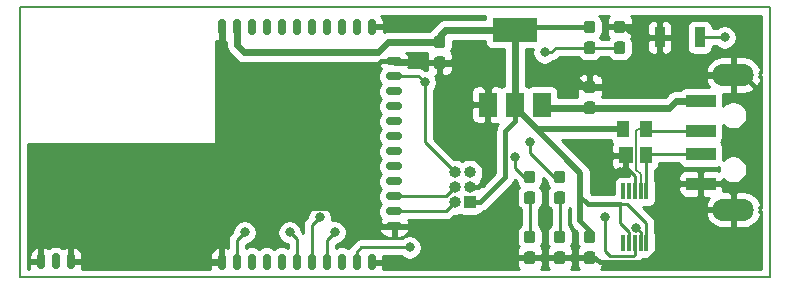
<source format=gbr>
G04 #@! TF.GenerationSoftware,KiCad,Pcbnew,(5.1.5)-3*
G04 #@! TF.CreationDate,2020-03-31T21:34:46+02:00*
G04 #@! TF.ProjectId,cc1352P-dongle,63633133-3532-4502-9d64-6f6e676c652e,rev?*
G04 #@! TF.SameCoordinates,Original*
G04 #@! TF.FileFunction,Copper,L1,Top*
G04 #@! TF.FilePolarity,Positive*
%FSLAX46Y46*%
G04 Gerber Fmt 4.6, Leading zero omitted, Abs format (unit mm)*
G04 Created by KiCad (PCBNEW (5.1.5)-3) date 2020-03-31 21:34:46*
%MOMM*%
%LPD*%
G04 APERTURE LIST*
%ADD10C,0.150000*%
%ADD11O,1.000000X1.000000*%
%ADD12R,1.000000X1.000000*%
%ADD13R,0.300000X1.400000*%
%ADD14R,0.900000X1.700000*%
%ADD15R,1.000000X1.400000*%
%ADD16R,1.200000X1.400000*%
%ADD17C,0.100000*%
%ADD18R,2.500000X1.100000*%
%ADD19O,3.500000X1.900000*%
%ADD20R,3.800000X2.000000*%
%ADD21R,1.500000X2.000000*%
%ADD22O,1.400000X0.700000*%
%ADD23O,0.700000X1.400000*%
%ADD24C,0.800000*%
%ADD25C,0.400000*%
%ADD26C,0.600000*%
%ADD27C,0.250000*%
%ADD28C,0.500000*%
%ADD29C,0.200000*%
%ADD30C,0.254000*%
G04 APERTURE END LIST*
D10*
X66040000Y-71120000D02*
X66040000Y-48260000D01*
X129540000Y-71120000D02*
X66040000Y-71120000D01*
X129540000Y-48260000D02*
X129540000Y-71120000D01*
X66040000Y-48260000D02*
X129540000Y-48260000D01*
D11*
X102870000Y-62230000D03*
X104140000Y-62230000D03*
X102870000Y-63500000D03*
X104140000Y-63500000D03*
X102870000Y-64770000D03*
D12*
X104140000Y-64770000D03*
D13*
X119110000Y-68240000D03*
X118610000Y-68240000D03*
X118110000Y-68240000D03*
X117610000Y-68240000D03*
X117110000Y-68240000D03*
X117110000Y-63840000D03*
X117610000Y-63840000D03*
X118110000Y-63840000D03*
X118610000Y-63840000D03*
X119110000Y-63840000D03*
D14*
X123620000Y-50800000D03*
X120220000Y-50800000D03*
D15*
X117160000Y-58590000D03*
X119060000Y-58590000D03*
X119060000Y-60790000D03*
D16*
X117340000Y-60790000D03*
G04 #@! TA.AperFunction,SMDPad,CuDef*
D17*
G36*
X114560779Y-54481144D02*
G01*
X114583834Y-54484563D01*
X114606443Y-54490227D01*
X114628387Y-54498079D01*
X114649457Y-54508044D01*
X114669448Y-54520026D01*
X114688168Y-54533910D01*
X114705438Y-54549562D01*
X114721090Y-54566832D01*
X114734974Y-54585552D01*
X114746956Y-54605543D01*
X114756921Y-54626613D01*
X114764773Y-54648557D01*
X114770437Y-54671166D01*
X114773856Y-54694221D01*
X114775000Y-54717500D01*
X114775000Y-55292500D01*
X114773856Y-55315779D01*
X114770437Y-55338834D01*
X114764773Y-55361443D01*
X114756921Y-55383387D01*
X114746956Y-55404457D01*
X114734974Y-55424448D01*
X114721090Y-55443168D01*
X114705438Y-55460438D01*
X114688168Y-55476090D01*
X114669448Y-55489974D01*
X114649457Y-55501956D01*
X114628387Y-55511921D01*
X114606443Y-55519773D01*
X114583834Y-55525437D01*
X114560779Y-55528856D01*
X114537500Y-55530000D01*
X114062500Y-55530000D01*
X114039221Y-55528856D01*
X114016166Y-55525437D01*
X113993557Y-55519773D01*
X113971613Y-55511921D01*
X113950543Y-55501956D01*
X113930552Y-55489974D01*
X113911832Y-55476090D01*
X113894562Y-55460438D01*
X113878910Y-55443168D01*
X113865026Y-55424448D01*
X113853044Y-55404457D01*
X113843079Y-55383387D01*
X113835227Y-55361443D01*
X113829563Y-55338834D01*
X113826144Y-55315779D01*
X113825000Y-55292500D01*
X113825000Y-54717500D01*
X113826144Y-54694221D01*
X113829563Y-54671166D01*
X113835227Y-54648557D01*
X113843079Y-54626613D01*
X113853044Y-54605543D01*
X113865026Y-54585552D01*
X113878910Y-54566832D01*
X113894562Y-54549562D01*
X113911832Y-54533910D01*
X113930552Y-54520026D01*
X113950543Y-54508044D01*
X113971613Y-54498079D01*
X113993557Y-54490227D01*
X114016166Y-54484563D01*
X114039221Y-54481144D01*
X114062500Y-54480000D01*
X114537500Y-54480000D01*
X114560779Y-54481144D01*
G37*
G04 #@! TD.AperFunction*
G04 #@! TA.AperFunction,SMDPad,CuDef*
G36*
X114560779Y-56231144D02*
G01*
X114583834Y-56234563D01*
X114606443Y-56240227D01*
X114628387Y-56248079D01*
X114649457Y-56258044D01*
X114669448Y-56270026D01*
X114688168Y-56283910D01*
X114705438Y-56299562D01*
X114721090Y-56316832D01*
X114734974Y-56335552D01*
X114746956Y-56355543D01*
X114756921Y-56376613D01*
X114764773Y-56398557D01*
X114770437Y-56421166D01*
X114773856Y-56444221D01*
X114775000Y-56467500D01*
X114775000Y-57042500D01*
X114773856Y-57065779D01*
X114770437Y-57088834D01*
X114764773Y-57111443D01*
X114756921Y-57133387D01*
X114746956Y-57154457D01*
X114734974Y-57174448D01*
X114721090Y-57193168D01*
X114705438Y-57210438D01*
X114688168Y-57226090D01*
X114669448Y-57239974D01*
X114649457Y-57251956D01*
X114628387Y-57261921D01*
X114606443Y-57269773D01*
X114583834Y-57275437D01*
X114560779Y-57278856D01*
X114537500Y-57280000D01*
X114062500Y-57280000D01*
X114039221Y-57278856D01*
X114016166Y-57275437D01*
X113993557Y-57269773D01*
X113971613Y-57261921D01*
X113950543Y-57251956D01*
X113930552Y-57239974D01*
X113911832Y-57226090D01*
X113894562Y-57210438D01*
X113878910Y-57193168D01*
X113865026Y-57174448D01*
X113853044Y-57154457D01*
X113843079Y-57133387D01*
X113835227Y-57111443D01*
X113829563Y-57088834D01*
X113826144Y-57065779D01*
X113825000Y-57042500D01*
X113825000Y-56467500D01*
X113826144Y-56444221D01*
X113829563Y-56421166D01*
X113835227Y-56398557D01*
X113843079Y-56376613D01*
X113853044Y-56355543D01*
X113865026Y-56335552D01*
X113878910Y-56316832D01*
X113894562Y-56299562D01*
X113911832Y-56283910D01*
X113930552Y-56270026D01*
X113950543Y-56258044D01*
X113971613Y-56248079D01*
X113993557Y-56240227D01*
X114016166Y-56234563D01*
X114039221Y-56231144D01*
X114062500Y-56230000D01*
X114537500Y-56230000D01*
X114560779Y-56231144D01*
G37*
G04 #@! TD.AperFunction*
G04 #@! TA.AperFunction,SMDPad,CuDef*
G36*
X114560779Y-68931144D02*
G01*
X114583834Y-68934563D01*
X114606443Y-68940227D01*
X114628387Y-68948079D01*
X114649457Y-68958044D01*
X114669448Y-68970026D01*
X114688168Y-68983910D01*
X114705438Y-68999562D01*
X114721090Y-69016832D01*
X114734974Y-69035552D01*
X114746956Y-69055543D01*
X114756921Y-69076613D01*
X114764773Y-69098557D01*
X114770437Y-69121166D01*
X114773856Y-69144221D01*
X114775000Y-69167500D01*
X114775000Y-69742500D01*
X114773856Y-69765779D01*
X114770437Y-69788834D01*
X114764773Y-69811443D01*
X114756921Y-69833387D01*
X114746956Y-69854457D01*
X114734974Y-69874448D01*
X114721090Y-69893168D01*
X114705438Y-69910438D01*
X114688168Y-69926090D01*
X114669448Y-69939974D01*
X114649457Y-69951956D01*
X114628387Y-69961921D01*
X114606443Y-69969773D01*
X114583834Y-69975437D01*
X114560779Y-69978856D01*
X114537500Y-69980000D01*
X114062500Y-69980000D01*
X114039221Y-69978856D01*
X114016166Y-69975437D01*
X113993557Y-69969773D01*
X113971613Y-69961921D01*
X113950543Y-69951956D01*
X113930552Y-69939974D01*
X113911832Y-69926090D01*
X113894562Y-69910438D01*
X113878910Y-69893168D01*
X113865026Y-69874448D01*
X113853044Y-69854457D01*
X113843079Y-69833387D01*
X113835227Y-69811443D01*
X113829563Y-69788834D01*
X113826144Y-69765779D01*
X113825000Y-69742500D01*
X113825000Y-69167500D01*
X113826144Y-69144221D01*
X113829563Y-69121166D01*
X113835227Y-69098557D01*
X113843079Y-69076613D01*
X113853044Y-69055543D01*
X113865026Y-69035552D01*
X113878910Y-69016832D01*
X113894562Y-68999562D01*
X113911832Y-68983910D01*
X113930552Y-68970026D01*
X113950543Y-68958044D01*
X113971613Y-68948079D01*
X113993557Y-68940227D01*
X114016166Y-68934563D01*
X114039221Y-68931144D01*
X114062500Y-68930000D01*
X114537500Y-68930000D01*
X114560779Y-68931144D01*
G37*
G04 #@! TD.AperFunction*
G04 #@! TA.AperFunction,SMDPad,CuDef*
G36*
X114560779Y-67181144D02*
G01*
X114583834Y-67184563D01*
X114606443Y-67190227D01*
X114628387Y-67198079D01*
X114649457Y-67208044D01*
X114669448Y-67220026D01*
X114688168Y-67233910D01*
X114705438Y-67249562D01*
X114721090Y-67266832D01*
X114734974Y-67285552D01*
X114746956Y-67305543D01*
X114756921Y-67326613D01*
X114764773Y-67348557D01*
X114770437Y-67371166D01*
X114773856Y-67394221D01*
X114775000Y-67417500D01*
X114775000Y-67992500D01*
X114773856Y-68015779D01*
X114770437Y-68038834D01*
X114764773Y-68061443D01*
X114756921Y-68083387D01*
X114746956Y-68104457D01*
X114734974Y-68124448D01*
X114721090Y-68143168D01*
X114705438Y-68160438D01*
X114688168Y-68176090D01*
X114669448Y-68189974D01*
X114649457Y-68201956D01*
X114628387Y-68211921D01*
X114606443Y-68219773D01*
X114583834Y-68225437D01*
X114560779Y-68228856D01*
X114537500Y-68230000D01*
X114062500Y-68230000D01*
X114039221Y-68228856D01*
X114016166Y-68225437D01*
X113993557Y-68219773D01*
X113971613Y-68211921D01*
X113950543Y-68201956D01*
X113930552Y-68189974D01*
X113911832Y-68176090D01*
X113894562Y-68160438D01*
X113878910Y-68143168D01*
X113865026Y-68124448D01*
X113853044Y-68104457D01*
X113843079Y-68083387D01*
X113835227Y-68061443D01*
X113829563Y-68038834D01*
X113826144Y-68015779D01*
X113825000Y-67992500D01*
X113825000Y-67417500D01*
X113826144Y-67394221D01*
X113829563Y-67371166D01*
X113835227Y-67348557D01*
X113843079Y-67326613D01*
X113853044Y-67305543D01*
X113865026Y-67285552D01*
X113878910Y-67266832D01*
X113894562Y-67249562D01*
X113911832Y-67233910D01*
X113930552Y-67220026D01*
X113950543Y-67208044D01*
X113971613Y-67198079D01*
X113993557Y-67190227D01*
X114016166Y-67184563D01*
X114039221Y-67181144D01*
X114062500Y-67180000D01*
X114537500Y-67180000D01*
X114560779Y-67181144D01*
G37*
G04 #@! TD.AperFunction*
G04 #@! TA.AperFunction,SMDPad,CuDef*
G36*
X112020779Y-63851144D02*
G01*
X112043834Y-63854563D01*
X112066443Y-63860227D01*
X112088387Y-63868079D01*
X112109457Y-63878044D01*
X112129448Y-63890026D01*
X112148168Y-63903910D01*
X112165438Y-63919562D01*
X112181090Y-63936832D01*
X112194974Y-63955552D01*
X112206956Y-63975543D01*
X112216921Y-63996613D01*
X112224773Y-64018557D01*
X112230437Y-64041166D01*
X112233856Y-64064221D01*
X112235000Y-64087500D01*
X112235000Y-64662500D01*
X112233856Y-64685779D01*
X112230437Y-64708834D01*
X112224773Y-64731443D01*
X112216921Y-64753387D01*
X112206956Y-64774457D01*
X112194974Y-64794448D01*
X112181090Y-64813168D01*
X112165438Y-64830438D01*
X112148168Y-64846090D01*
X112129448Y-64859974D01*
X112109457Y-64871956D01*
X112088387Y-64881921D01*
X112066443Y-64889773D01*
X112043834Y-64895437D01*
X112020779Y-64898856D01*
X111997500Y-64900000D01*
X111522500Y-64900000D01*
X111499221Y-64898856D01*
X111476166Y-64895437D01*
X111453557Y-64889773D01*
X111431613Y-64881921D01*
X111410543Y-64871956D01*
X111390552Y-64859974D01*
X111371832Y-64846090D01*
X111354562Y-64830438D01*
X111338910Y-64813168D01*
X111325026Y-64794448D01*
X111313044Y-64774457D01*
X111303079Y-64753387D01*
X111295227Y-64731443D01*
X111289563Y-64708834D01*
X111286144Y-64685779D01*
X111285000Y-64662500D01*
X111285000Y-64087500D01*
X111286144Y-64064221D01*
X111289563Y-64041166D01*
X111295227Y-64018557D01*
X111303079Y-63996613D01*
X111313044Y-63975543D01*
X111325026Y-63955552D01*
X111338910Y-63936832D01*
X111354562Y-63919562D01*
X111371832Y-63903910D01*
X111390552Y-63890026D01*
X111410543Y-63878044D01*
X111431613Y-63868079D01*
X111453557Y-63860227D01*
X111476166Y-63854563D01*
X111499221Y-63851144D01*
X111522500Y-63850000D01*
X111997500Y-63850000D01*
X112020779Y-63851144D01*
G37*
G04 #@! TD.AperFunction*
G04 #@! TA.AperFunction,SMDPad,CuDef*
G36*
X112020779Y-62101144D02*
G01*
X112043834Y-62104563D01*
X112066443Y-62110227D01*
X112088387Y-62118079D01*
X112109457Y-62128044D01*
X112129448Y-62140026D01*
X112148168Y-62153910D01*
X112165438Y-62169562D01*
X112181090Y-62186832D01*
X112194974Y-62205552D01*
X112206956Y-62225543D01*
X112216921Y-62246613D01*
X112224773Y-62268557D01*
X112230437Y-62291166D01*
X112233856Y-62314221D01*
X112235000Y-62337500D01*
X112235000Y-62912500D01*
X112233856Y-62935779D01*
X112230437Y-62958834D01*
X112224773Y-62981443D01*
X112216921Y-63003387D01*
X112206956Y-63024457D01*
X112194974Y-63044448D01*
X112181090Y-63063168D01*
X112165438Y-63080438D01*
X112148168Y-63096090D01*
X112129448Y-63109974D01*
X112109457Y-63121956D01*
X112088387Y-63131921D01*
X112066443Y-63139773D01*
X112043834Y-63145437D01*
X112020779Y-63148856D01*
X111997500Y-63150000D01*
X111522500Y-63150000D01*
X111499221Y-63148856D01*
X111476166Y-63145437D01*
X111453557Y-63139773D01*
X111431613Y-63131921D01*
X111410543Y-63121956D01*
X111390552Y-63109974D01*
X111371832Y-63096090D01*
X111354562Y-63080438D01*
X111338910Y-63063168D01*
X111325026Y-63044448D01*
X111313044Y-63024457D01*
X111303079Y-63003387D01*
X111295227Y-62981443D01*
X111289563Y-62958834D01*
X111286144Y-62935779D01*
X111285000Y-62912500D01*
X111285000Y-62337500D01*
X111286144Y-62314221D01*
X111289563Y-62291166D01*
X111295227Y-62268557D01*
X111303079Y-62246613D01*
X111313044Y-62225543D01*
X111325026Y-62205552D01*
X111338910Y-62186832D01*
X111354562Y-62169562D01*
X111371832Y-62153910D01*
X111390552Y-62140026D01*
X111410543Y-62128044D01*
X111431613Y-62118079D01*
X111453557Y-62110227D01*
X111476166Y-62104563D01*
X111499221Y-62101144D01*
X111522500Y-62100000D01*
X111997500Y-62100000D01*
X112020779Y-62101144D01*
G37*
G04 #@! TD.AperFunction*
G04 #@! TA.AperFunction,SMDPad,CuDef*
G36*
X109480779Y-62101144D02*
G01*
X109503834Y-62104563D01*
X109526443Y-62110227D01*
X109548387Y-62118079D01*
X109569457Y-62128044D01*
X109589448Y-62140026D01*
X109608168Y-62153910D01*
X109625438Y-62169562D01*
X109641090Y-62186832D01*
X109654974Y-62205552D01*
X109666956Y-62225543D01*
X109676921Y-62246613D01*
X109684773Y-62268557D01*
X109690437Y-62291166D01*
X109693856Y-62314221D01*
X109695000Y-62337500D01*
X109695000Y-62912500D01*
X109693856Y-62935779D01*
X109690437Y-62958834D01*
X109684773Y-62981443D01*
X109676921Y-63003387D01*
X109666956Y-63024457D01*
X109654974Y-63044448D01*
X109641090Y-63063168D01*
X109625438Y-63080438D01*
X109608168Y-63096090D01*
X109589448Y-63109974D01*
X109569457Y-63121956D01*
X109548387Y-63131921D01*
X109526443Y-63139773D01*
X109503834Y-63145437D01*
X109480779Y-63148856D01*
X109457500Y-63150000D01*
X108982500Y-63150000D01*
X108959221Y-63148856D01*
X108936166Y-63145437D01*
X108913557Y-63139773D01*
X108891613Y-63131921D01*
X108870543Y-63121956D01*
X108850552Y-63109974D01*
X108831832Y-63096090D01*
X108814562Y-63080438D01*
X108798910Y-63063168D01*
X108785026Y-63044448D01*
X108773044Y-63024457D01*
X108763079Y-63003387D01*
X108755227Y-62981443D01*
X108749563Y-62958834D01*
X108746144Y-62935779D01*
X108745000Y-62912500D01*
X108745000Y-62337500D01*
X108746144Y-62314221D01*
X108749563Y-62291166D01*
X108755227Y-62268557D01*
X108763079Y-62246613D01*
X108773044Y-62225543D01*
X108785026Y-62205552D01*
X108798910Y-62186832D01*
X108814562Y-62169562D01*
X108831832Y-62153910D01*
X108850552Y-62140026D01*
X108870543Y-62128044D01*
X108891613Y-62118079D01*
X108913557Y-62110227D01*
X108936166Y-62104563D01*
X108959221Y-62101144D01*
X108982500Y-62100000D01*
X109457500Y-62100000D01*
X109480779Y-62101144D01*
G37*
G04 #@! TD.AperFunction*
G04 #@! TA.AperFunction,SMDPad,CuDef*
G36*
X109480779Y-63851144D02*
G01*
X109503834Y-63854563D01*
X109526443Y-63860227D01*
X109548387Y-63868079D01*
X109569457Y-63878044D01*
X109589448Y-63890026D01*
X109608168Y-63903910D01*
X109625438Y-63919562D01*
X109641090Y-63936832D01*
X109654974Y-63955552D01*
X109666956Y-63975543D01*
X109676921Y-63996613D01*
X109684773Y-64018557D01*
X109690437Y-64041166D01*
X109693856Y-64064221D01*
X109695000Y-64087500D01*
X109695000Y-64662500D01*
X109693856Y-64685779D01*
X109690437Y-64708834D01*
X109684773Y-64731443D01*
X109676921Y-64753387D01*
X109666956Y-64774457D01*
X109654974Y-64794448D01*
X109641090Y-64813168D01*
X109625438Y-64830438D01*
X109608168Y-64846090D01*
X109589448Y-64859974D01*
X109569457Y-64871956D01*
X109548387Y-64881921D01*
X109526443Y-64889773D01*
X109503834Y-64895437D01*
X109480779Y-64898856D01*
X109457500Y-64900000D01*
X108982500Y-64900000D01*
X108959221Y-64898856D01*
X108936166Y-64895437D01*
X108913557Y-64889773D01*
X108891613Y-64881921D01*
X108870543Y-64871956D01*
X108850552Y-64859974D01*
X108831832Y-64846090D01*
X108814562Y-64830438D01*
X108798910Y-64813168D01*
X108785026Y-64794448D01*
X108773044Y-64774457D01*
X108763079Y-64753387D01*
X108755227Y-64731443D01*
X108749563Y-64708834D01*
X108746144Y-64685779D01*
X108745000Y-64662500D01*
X108745000Y-64087500D01*
X108746144Y-64064221D01*
X108749563Y-64041166D01*
X108755227Y-64018557D01*
X108763079Y-63996613D01*
X108773044Y-63975543D01*
X108785026Y-63955552D01*
X108798910Y-63936832D01*
X108814562Y-63919562D01*
X108831832Y-63903910D01*
X108850552Y-63890026D01*
X108870543Y-63878044D01*
X108891613Y-63868079D01*
X108913557Y-63860227D01*
X108936166Y-63854563D01*
X108959221Y-63851144D01*
X108982500Y-63850000D01*
X109457500Y-63850000D01*
X109480779Y-63851144D01*
G37*
G04 #@! TD.AperFunction*
D18*
X123700000Y-58690000D03*
X123700000Y-60690000D03*
X123700000Y-56190000D03*
X123700000Y-63190000D03*
D19*
X126450000Y-53990000D03*
X126450000Y-65390000D03*
G04 #@! TA.AperFunction,SMDPad,CuDef*
D17*
G36*
X112020779Y-67181144D02*
G01*
X112043834Y-67184563D01*
X112066443Y-67190227D01*
X112088387Y-67198079D01*
X112109457Y-67208044D01*
X112129448Y-67220026D01*
X112148168Y-67233910D01*
X112165438Y-67249562D01*
X112181090Y-67266832D01*
X112194974Y-67285552D01*
X112206956Y-67305543D01*
X112216921Y-67326613D01*
X112224773Y-67348557D01*
X112230437Y-67371166D01*
X112233856Y-67394221D01*
X112235000Y-67417500D01*
X112235000Y-67992500D01*
X112233856Y-68015779D01*
X112230437Y-68038834D01*
X112224773Y-68061443D01*
X112216921Y-68083387D01*
X112206956Y-68104457D01*
X112194974Y-68124448D01*
X112181090Y-68143168D01*
X112165438Y-68160438D01*
X112148168Y-68176090D01*
X112129448Y-68189974D01*
X112109457Y-68201956D01*
X112088387Y-68211921D01*
X112066443Y-68219773D01*
X112043834Y-68225437D01*
X112020779Y-68228856D01*
X111997500Y-68230000D01*
X111522500Y-68230000D01*
X111499221Y-68228856D01*
X111476166Y-68225437D01*
X111453557Y-68219773D01*
X111431613Y-68211921D01*
X111410543Y-68201956D01*
X111390552Y-68189974D01*
X111371832Y-68176090D01*
X111354562Y-68160438D01*
X111338910Y-68143168D01*
X111325026Y-68124448D01*
X111313044Y-68104457D01*
X111303079Y-68083387D01*
X111295227Y-68061443D01*
X111289563Y-68038834D01*
X111286144Y-68015779D01*
X111285000Y-67992500D01*
X111285000Y-67417500D01*
X111286144Y-67394221D01*
X111289563Y-67371166D01*
X111295227Y-67348557D01*
X111303079Y-67326613D01*
X111313044Y-67305543D01*
X111325026Y-67285552D01*
X111338910Y-67266832D01*
X111354562Y-67249562D01*
X111371832Y-67233910D01*
X111390552Y-67220026D01*
X111410543Y-67208044D01*
X111431613Y-67198079D01*
X111453557Y-67190227D01*
X111476166Y-67184563D01*
X111499221Y-67181144D01*
X111522500Y-67180000D01*
X111997500Y-67180000D01*
X112020779Y-67181144D01*
G37*
G04 #@! TD.AperFunction*
G04 #@! TA.AperFunction,SMDPad,CuDef*
G36*
X112020779Y-68931144D02*
G01*
X112043834Y-68934563D01*
X112066443Y-68940227D01*
X112088387Y-68948079D01*
X112109457Y-68958044D01*
X112129448Y-68970026D01*
X112148168Y-68983910D01*
X112165438Y-68999562D01*
X112181090Y-69016832D01*
X112194974Y-69035552D01*
X112206956Y-69055543D01*
X112216921Y-69076613D01*
X112224773Y-69098557D01*
X112230437Y-69121166D01*
X112233856Y-69144221D01*
X112235000Y-69167500D01*
X112235000Y-69742500D01*
X112233856Y-69765779D01*
X112230437Y-69788834D01*
X112224773Y-69811443D01*
X112216921Y-69833387D01*
X112206956Y-69854457D01*
X112194974Y-69874448D01*
X112181090Y-69893168D01*
X112165438Y-69910438D01*
X112148168Y-69926090D01*
X112129448Y-69939974D01*
X112109457Y-69951956D01*
X112088387Y-69961921D01*
X112066443Y-69969773D01*
X112043834Y-69975437D01*
X112020779Y-69978856D01*
X111997500Y-69980000D01*
X111522500Y-69980000D01*
X111499221Y-69978856D01*
X111476166Y-69975437D01*
X111453557Y-69969773D01*
X111431613Y-69961921D01*
X111410543Y-69951956D01*
X111390552Y-69939974D01*
X111371832Y-69926090D01*
X111354562Y-69910438D01*
X111338910Y-69893168D01*
X111325026Y-69874448D01*
X111313044Y-69854457D01*
X111303079Y-69833387D01*
X111295227Y-69811443D01*
X111289563Y-69788834D01*
X111286144Y-69765779D01*
X111285000Y-69742500D01*
X111285000Y-69167500D01*
X111286144Y-69144221D01*
X111289563Y-69121166D01*
X111295227Y-69098557D01*
X111303079Y-69076613D01*
X111313044Y-69055543D01*
X111325026Y-69035552D01*
X111338910Y-69016832D01*
X111354562Y-68999562D01*
X111371832Y-68983910D01*
X111390552Y-68970026D01*
X111410543Y-68958044D01*
X111431613Y-68948079D01*
X111453557Y-68940227D01*
X111476166Y-68934563D01*
X111499221Y-68931144D01*
X111522500Y-68930000D01*
X111997500Y-68930000D01*
X112020779Y-68931144D01*
G37*
G04 #@! TD.AperFunction*
G04 #@! TA.AperFunction,SMDPad,CuDef*
G36*
X109480779Y-68931144D02*
G01*
X109503834Y-68934563D01*
X109526443Y-68940227D01*
X109548387Y-68948079D01*
X109569457Y-68958044D01*
X109589448Y-68970026D01*
X109608168Y-68983910D01*
X109625438Y-68999562D01*
X109641090Y-69016832D01*
X109654974Y-69035552D01*
X109666956Y-69055543D01*
X109676921Y-69076613D01*
X109684773Y-69098557D01*
X109690437Y-69121166D01*
X109693856Y-69144221D01*
X109695000Y-69167500D01*
X109695000Y-69742500D01*
X109693856Y-69765779D01*
X109690437Y-69788834D01*
X109684773Y-69811443D01*
X109676921Y-69833387D01*
X109666956Y-69854457D01*
X109654974Y-69874448D01*
X109641090Y-69893168D01*
X109625438Y-69910438D01*
X109608168Y-69926090D01*
X109589448Y-69939974D01*
X109569457Y-69951956D01*
X109548387Y-69961921D01*
X109526443Y-69969773D01*
X109503834Y-69975437D01*
X109480779Y-69978856D01*
X109457500Y-69980000D01*
X108982500Y-69980000D01*
X108959221Y-69978856D01*
X108936166Y-69975437D01*
X108913557Y-69969773D01*
X108891613Y-69961921D01*
X108870543Y-69951956D01*
X108850552Y-69939974D01*
X108831832Y-69926090D01*
X108814562Y-69910438D01*
X108798910Y-69893168D01*
X108785026Y-69874448D01*
X108773044Y-69854457D01*
X108763079Y-69833387D01*
X108755227Y-69811443D01*
X108749563Y-69788834D01*
X108746144Y-69765779D01*
X108745000Y-69742500D01*
X108745000Y-69167500D01*
X108746144Y-69144221D01*
X108749563Y-69121166D01*
X108755227Y-69098557D01*
X108763079Y-69076613D01*
X108773044Y-69055543D01*
X108785026Y-69035552D01*
X108798910Y-69016832D01*
X108814562Y-68999562D01*
X108831832Y-68983910D01*
X108850552Y-68970026D01*
X108870543Y-68958044D01*
X108891613Y-68948079D01*
X108913557Y-68940227D01*
X108936166Y-68934563D01*
X108959221Y-68931144D01*
X108982500Y-68930000D01*
X109457500Y-68930000D01*
X109480779Y-68931144D01*
G37*
G04 #@! TD.AperFunction*
G04 #@! TA.AperFunction,SMDPad,CuDef*
G36*
X109480779Y-67181144D02*
G01*
X109503834Y-67184563D01*
X109526443Y-67190227D01*
X109548387Y-67198079D01*
X109569457Y-67208044D01*
X109589448Y-67220026D01*
X109608168Y-67233910D01*
X109625438Y-67249562D01*
X109641090Y-67266832D01*
X109654974Y-67285552D01*
X109666956Y-67305543D01*
X109676921Y-67326613D01*
X109684773Y-67348557D01*
X109690437Y-67371166D01*
X109693856Y-67394221D01*
X109695000Y-67417500D01*
X109695000Y-67992500D01*
X109693856Y-68015779D01*
X109690437Y-68038834D01*
X109684773Y-68061443D01*
X109676921Y-68083387D01*
X109666956Y-68104457D01*
X109654974Y-68124448D01*
X109641090Y-68143168D01*
X109625438Y-68160438D01*
X109608168Y-68176090D01*
X109589448Y-68189974D01*
X109569457Y-68201956D01*
X109548387Y-68211921D01*
X109526443Y-68219773D01*
X109503834Y-68225437D01*
X109480779Y-68228856D01*
X109457500Y-68230000D01*
X108982500Y-68230000D01*
X108959221Y-68228856D01*
X108936166Y-68225437D01*
X108913557Y-68219773D01*
X108891613Y-68211921D01*
X108870543Y-68201956D01*
X108850552Y-68189974D01*
X108831832Y-68176090D01*
X108814562Y-68160438D01*
X108798910Y-68143168D01*
X108785026Y-68124448D01*
X108773044Y-68104457D01*
X108763079Y-68083387D01*
X108755227Y-68061443D01*
X108749563Y-68038834D01*
X108746144Y-68015779D01*
X108745000Y-67992500D01*
X108745000Y-67417500D01*
X108746144Y-67394221D01*
X108749563Y-67371166D01*
X108755227Y-67348557D01*
X108763079Y-67326613D01*
X108773044Y-67305543D01*
X108785026Y-67285552D01*
X108798910Y-67266832D01*
X108814562Y-67249562D01*
X108831832Y-67233910D01*
X108850552Y-67220026D01*
X108870543Y-67208044D01*
X108891613Y-67198079D01*
X108913557Y-67190227D01*
X108936166Y-67184563D01*
X108959221Y-67181144D01*
X108982500Y-67180000D01*
X109457500Y-67180000D01*
X109480779Y-67181144D01*
G37*
G04 #@! TD.AperFunction*
D20*
X107950000Y-50190000D03*
D21*
X107950000Y-56490000D03*
X110250000Y-56490000D03*
X105650000Y-56490000D03*
D22*
X97739200Y-66802000D03*
X97739200Y-65532000D03*
X97739200Y-64262000D03*
X97739200Y-62992000D03*
X97739200Y-61722000D03*
X97739200Y-60452000D03*
X97739200Y-57912000D03*
X97739200Y-59182000D03*
X97739200Y-56642000D03*
X97739200Y-55372000D03*
X97739200Y-54102000D03*
X97739200Y-52832000D03*
D23*
X95859600Y-49911000D03*
X94589600Y-49911000D03*
X93319600Y-49911000D03*
X92049600Y-49911000D03*
X90779600Y-49911000D03*
X89509600Y-49911000D03*
X88239600Y-49911000D03*
X86969600Y-49911000D03*
X85699600Y-49911000D03*
X84429600Y-49911000D03*
X83159600Y-49911000D03*
X95834200Y-69824600D03*
X94564200Y-69824600D03*
X93294200Y-69824600D03*
X92024200Y-69824600D03*
X90754200Y-69824600D03*
X89484200Y-69824600D03*
X88214200Y-69824600D03*
X86944200Y-69824600D03*
X85674200Y-69824600D03*
X84404200Y-69824600D03*
X83134200Y-69824600D03*
X67818000Y-69773800D03*
X69088000Y-69773800D03*
X70358000Y-69773800D03*
G04 #@! TA.AperFunction,SMDPad,CuDef*
D17*
G36*
X117100779Y-51151144D02*
G01*
X117123834Y-51154563D01*
X117146443Y-51160227D01*
X117168387Y-51168079D01*
X117189457Y-51178044D01*
X117209448Y-51190026D01*
X117228168Y-51203910D01*
X117245438Y-51219562D01*
X117261090Y-51236832D01*
X117274974Y-51255552D01*
X117286956Y-51275543D01*
X117296921Y-51296613D01*
X117304773Y-51318557D01*
X117310437Y-51341166D01*
X117313856Y-51364221D01*
X117315000Y-51387500D01*
X117315000Y-51962500D01*
X117313856Y-51985779D01*
X117310437Y-52008834D01*
X117304773Y-52031443D01*
X117296921Y-52053387D01*
X117286956Y-52074457D01*
X117274974Y-52094448D01*
X117261090Y-52113168D01*
X117245438Y-52130438D01*
X117228168Y-52146090D01*
X117209448Y-52159974D01*
X117189457Y-52171956D01*
X117168387Y-52181921D01*
X117146443Y-52189773D01*
X117123834Y-52195437D01*
X117100779Y-52198856D01*
X117077500Y-52200000D01*
X116602500Y-52200000D01*
X116579221Y-52198856D01*
X116556166Y-52195437D01*
X116533557Y-52189773D01*
X116511613Y-52181921D01*
X116490543Y-52171956D01*
X116470552Y-52159974D01*
X116451832Y-52146090D01*
X116434562Y-52130438D01*
X116418910Y-52113168D01*
X116405026Y-52094448D01*
X116393044Y-52074457D01*
X116383079Y-52053387D01*
X116375227Y-52031443D01*
X116369563Y-52008834D01*
X116366144Y-51985779D01*
X116365000Y-51962500D01*
X116365000Y-51387500D01*
X116366144Y-51364221D01*
X116369563Y-51341166D01*
X116375227Y-51318557D01*
X116383079Y-51296613D01*
X116393044Y-51275543D01*
X116405026Y-51255552D01*
X116418910Y-51236832D01*
X116434562Y-51219562D01*
X116451832Y-51203910D01*
X116470552Y-51190026D01*
X116490543Y-51178044D01*
X116511613Y-51168079D01*
X116533557Y-51160227D01*
X116556166Y-51154563D01*
X116579221Y-51151144D01*
X116602500Y-51150000D01*
X117077500Y-51150000D01*
X117100779Y-51151144D01*
G37*
G04 #@! TD.AperFunction*
G04 #@! TA.AperFunction,SMDPad,CuDef*
G36*
X117100779Y-49401144D02*
G01*
X117123834Y-49404563D01*
X117146443Y-49410227D01*
X117168387Y-49418079D01*
X117189457Y-49428044D01*
X117209448Y-49440026D01*
X117228168Y-49453910D01*
X117245438Y-49469562D01*
X117261090Y-49486832D01*
X117274974Y-49505552D01*
X117286956Y-49525543D01*
X117296921Y-49546613D01*
X117304773Y-49568557D01*
X117310437Y-49591166D01*
X117313856Y-49614221D01*
X117315000Y-49637500D01*
X117315000Y-50212500D01*
X117313856Y-50235779D01*
X117310437Y-50258834D01*
X117304773Y-50281443D01*
X117296921Y-50303387D01*
X117286956Y-50324457D01*
X117274974Y-50344448D01*
X117261090Y-50363168D01*
X117245438Y-50380438D01*
X117228168Y-50396090D01*
X117209448Y-50409974D01*
X117189457Y-50421956D01*
X117168387Y-50431921D01*
X117146443Y-50439773D01*
X117123834Y-50445437D01*
X117100779Y-50448856D01*
X117077500Y-50450000D01*
X116602500Y-50450000D01*
X116579221Y-50448856D01*
X116556166Y-50445437D01*
X116533557Y-50439773D01*
X116511613Y-50431921D01*
X116490543Y-50421956D01*
X116470552Y-50409974D01*
X116451832Y-50396090D01*
X116434562Y-50380438D01*
X116418910Y-50363168D01*
X116405026Y-50344448D01*
X116393044Y-50324457D01*
X116383079Y-50303387D01*
X116375227Y-50281443D01*
X116369563Y-50258834D01*
X116366144Y-50235779D01*
X116365000Y-50212500D01*
X116365000Y-49637500D01*
X116366144Y-49614221D01*
X116369563Y-49591166D01*
X116375227Y-49568557D01*
X116383079Y-49546613D01*
X116393044Y-49525543D01*
X116405026Y-49505552D01*
X116418910Y-49486832D01*
X116434562Y-49469562D01*
X116451832Y-49453910D01*
X116470552Y-49440026D01*
X116490543Y-49428044D01*
X116511613Y-49418079D01*
X116533557Y-49410227D01*
X116556166Y-49404563D01*
X116579221Y-49401144D01*
X116602500Y-49400000D01*
X117077500Y-49400000D01*
X117100779Y-49401144D01*
G37*
G04 #@! TD.AperFunction*
G04 #@! TA.AperFunction,SMDPad,CuDef*
G36*
X114560779Y-49401144D02*
G01*
X114583834Y-49404563D01*
X114606443Y-49410227D01*
X114628387Y-49418079D01*
X114649457Y-49428044D01*
X114669448Y-49440026D01*
X114688168Y-49453910D01*
X114705438Y-49469562D01*
X114721090Y-49486832D01*
X114734974Y-49505552D01*
X114746956Y-49525543D01*
X114756921Y-49546613D01*
X114764773Y-49568557D01*
X114770437Y-49591166D01*
X114773856Y-49614221D01*
X114775000Y-49637500D01*
X114775000Y-50212500D01*
X114773856Y-50235779D01*
X114770437Y-50258834D01*
X114764773Y-50281443D01*
X114756921Y-50303387D01*
X114746956Y-50324457D01*
X114734974Y-50344448D01*
X114721090Y-50363168D01*
X114705438Y-50380438D01*
X114688168Y-50396090D01*
X114669448Y-50409974D01*
X114649457Y-50421956D01*
X114628387Y-50431921D01*
X114606443Y-50439773D01*
X114583834Y-50445437D01*
X114560779Y-50448856D01*
X114537500Y-50450000D01*
X114062500Y-50450000D01*
X114039221Y-50448856D01*
X114016166Y-50445437D01*
X113993557Y-50439773D01*
X113971613Y-50431921D01*
X113950543Y-50421956D01*
X113930552Y-50409974D01*
X113911832Y-50396090D01*
X113894562Y-50380438D01*
X113878910Y-50363168D01*
X113865026Y-50344448D01*
X113853044Y-50324457D01*
X113843079Y-50303387D01*
X113835227Y-50281443D01*
X113829563Y-50258834D01*
X113826144Y-50235779D01*
X113825000Y-50212500D01*
X113825000Y-49637500D01*
X113826144Y-49614221D01*
X113829563Y-49591166D01*
X113835227Y-49568557D01*
X113843079Y-49546613D01*
X113853044Y-49525543D01*
X113865026Y-49505552D01*
X113878910Y-49486832D01*
X113894562Y-49469562D01*
X113911832Y-49453910D01*
X113930552Y-49440026D01*
X113950543Y-49428044D01*
X113971613Y-49418079D01*
X113993557Y-49410227D01*
X114016166Y-49404563D01*
X114039221Y-49401144D01*
X114062500Y-49400000D01*
X114537500Y-49400000D01*
X114560779Y-49401144D01*
G37*
G04 #@! TD.AperFunction*
G04 #@! TA.AperFunction,SMDPad,CuDef*
G36*
X114560779Y-51151144D02*
G01*
X114583834Y-51154563D01*
X114606443Y-51160227D01*
X114628387Y-51168079D01*
X114649457Y-51178044D01*
X114669448Y-51190026D01*
X114688168Y-51203910D01*
X114705438Y-51219562D01*
X114721090Y-51236832D01*
X114734974Y-51255552D01*
X114746956Y-51275543D01*
X114756921Y-51296613D01*
X114764773Y-51318557D01*
X114770437Y-51341166D01*
X114773856Y-51364221D01*
X114775000Y-51387500D01*
X114775000Y-51962500D01*
X114773856Y-51985779D01*
X114770437Y-52008834D01*
X114764773Y-52031443D01*
X114756921Y-52053387D01*
X114746956Y-52074457D01*
X114734974Y-52094448D01*
X114721090Y-52113168D01*
X114705438Y-52130438D01*
X114688168Y-52146090D01*
X114669448Y-52159974D01*
X114649457Y-52171956D01*
X114628387Y-52181921D01*
X114606443Y-52189773D01*
X114583834Y-52195437D01*
X114560779Y-52198856D01*
X114537500Y-52200000D01*
X114062500Y-52200000D01*
X114039221Y-52198856D01*
X114016166Y-52195437D01*
X113993557Y-52189773D01*
X113971613Y-52181921D01*
X113950543Y-52171956D01*
X113930552Y-52159974D01*
X113911832Y-52146090D01*
X113894562Y-52130438D01*
X113878910Y-52113168D01*
X113865026Y-52094448D01*
X113853044Y-52074457D01*
X113843079Y-52053387D01*
X113835227Y-52031443D01*
X113829563Y-52008834D01*
X113826144Y-51985779D01*
X113825000Y-51962500D01*
X113825000Y-51387500D01*
X113826144Y-51364221D01*
X113829563Y-51341166D01*
X113835227Y-51318557D01*
X113843079Y-51296613D01*
X113853044Y-51275543D01*
X113865026Y-51255552D01*
X113878910Y-51236832D01*
X113894562Y-51219562D01*
X113911832Y-51203910D01*
X113930552Y-51190026D01*
X113950543Y-51178044D01*
X113971613Y-51168079D01*
X113993557Y-51160227D01*
X114016166Y-51154563D01*
X114039221Y-51151144D01*
X114062500Y-51150000D01*
X114537500Y-51150000D01*
X114560779Y-51151144D01*
G37*
G04 #@! TD.AperFunction*
G04 #@! TA.AperFunction,SMDPad,CuDef*
G36*
X101860779Y-50671144D02*
G01*
X101883834Y-50674563D01*
X101906443Y-50680227D01*
X101928387Y-50688079D01*
X101949457Y-50698044D01*
X101969448Y-50710026D01*
X101988168Y-50723910D01*
X102005438Y-50739562D01*
X102021090Y-50756832D01*
X102034974Y-50775552D01*
X102046956Y-50795543D01*
X102056921Y-50816613D01*
X102064773Y-50838557D01*
X102070437Y-50861166D01*
X102073856Y-50884221D01*
X102075000Y-50907500D01*
X102075000Y-51482500D01*
X102073856Y-51505779D01*
X102070437Y-51528834D01*
X102064773Y-51551443D01*
X102056921Y-51573387D01*
X102046956Y-51594457D01*
X102034974Y-51614448D01*
X102021090Y-51633168D01*
X102005438Y-51650438D01*
X101988168Y-51666090D01*
X101969448Y-51679974D01*
X101949457Y-51691956D01*
X101928387Y-51701921D01*
X101906443Y-51709773D01*
X101883834Y-51715437D01*
X101860779Y-51718856D01*
X101837500Y-51720000D01*
X101362500Y-51720000D01*
X101339221Y-51718856D01*
X101316166Y-51715437D01*
X101293557Y-51709773D01*
X101271613Y-51701921D01*
X101250543Y-51691956D01*
X101230552Y-51679974D01*
X101211832Y-51666090D01*
X101194562Y-51650438D01*
X101178910Y-51633168D01*
X101165026Y-51614448D01*
X101153044Y-51594457D01*
X101143079Y-51573387D01*
X101135227Y-51551443D01*
X101129563Y-51528834D01*
X101126144Y-51505779D01*
X101125000Y-51482500D01*
X101125000Y-50907500D01*
X101126144Y-50884221D01*
X101129563Y-50861166D01*
X101135227Y-50838557D01*
X101143079Y-50816613D01*
X101153044Y-50795543D01*
X101165026Y-50775552D01*
X101178910Y-50756832D01*
X101194562Y-50739562D01*
X101211832Y-50723910D01*
X101230552Y-50710026D01*
X101250543Y-50698044D01*
X101271613Y-50688079D01*
X101293557Y-50680227D01*
X101316166Y-50674563D01*
X101339221Y-50671144D01*
X101362500Y-50670000D01*
X101837500Y-50670000D01*
X101860779Y-50671144D01*
G37*
G04 #@! TD.AperFunction*
G04 #@! TA.AperFunction,SMDPad,CuDef*
G36*
X101860779Y-52421144D02*
G01*
X101883834Y-52424563D01*
X101906443Y-52430227D01*
X101928387Y-52438079D01*
X101949457Y-52448044D01*
X101969448Y-52460026D01*
X101988168Y-52473910D01*
X102005438Y-52489562D01*
X102021090Y-52506832D01*
X102034974Y-52525552D01*
X102046956Y-52545543D01*
X102056921Y-52566613D01*
X102064773Y-52588557D01*
X102070437Y-52611166D01*
X102073856Y-52634221D01*
X102075000Y-52657500D01*
X102075000Y-53232500D01*
X102073856Y-53255779D01*
X102070437Y-53278834D01*
X102064773Y-53301443D01*
X102056921Y-53323387D01*
X102046956Y-53344457D01*
X102034974Y-53364448D01*
X102021090Y-53383168D01*
X102005438Y-53400438D01*
X101988168Y-53416090D01*
X101969448Y-53429974D01*
X101949457Y-53441956D01*
X101928387Y-53451921D01*
X101906443Y-53459773D01*
X101883834Y-53465437D01*
X101860779Y-53468856D01*
X101837500Y-53470000D01*
X101362500Y-53470000D01*
X101339221Y-53468856D01*
X101316166Y-53465437D01*
X101293557Y-53459773D01*
X101271613Y-53451921D01*
X101250543Y-53441956D01*
X101230552Y-53429974D01*
X101211832Y-53416090D01*
X101194562Y-53400438D01*
X101178910Y-53383168D01*
X101165026Y-53364448D01*
X101153044Y-53344457D01*
X101143079Y-53323387D01*
X101135227Y-53301443D01*
X101129563Y-53278834D01*
X101126144Y-53255779D01*
X101125000Y-53232500D01*
X101125000Y-52657500D01*
X101126144Y-52634221D01*
X101129563Y-52611166D01*
X101135227Y-52588557D01*
X101143079Y-52566613D01*
X101153044Y-52545543D01*
X101165026Y-52525552D01*
X101178910Y-52506832D01*
X101194562Y-52489562D01*
X101211832Y-52473910D01*
X101230552Y-52460026D01*
X101250543Y-52448044D01*
X101271613Y-52438079D01*
X101293557Y-52430227D01*
X101316166Y-52424563D01*
X101339221Y-52421144D01*
X101362500Y-52420000D01*
X101837500Y-52420000D01*
X101860779Y-52421144D01*
G37*
G04 #@! TD.AperFunction*
D24*
X111760000Y-53340000D03*
X106680000Y-53340000D03*
X116840000Y-62230000D03*
X120650000Y-62230000D03*
X118262706Y-66939994D03*
X92710000Y-67310000D03*
X107950000Y-60960000D03*
X88900000Y-67310000D03*
X109220000Y-59690000D03*
X85090000Y-67310000D03*
X91440034Y-66040000D03*
X115570000Y-66040000D03*
X99060000Y-68580000D03*
X125730000Y-50800000D03*
X110490000Y-52070000D03*
X100330000Y-54610000D03*
D25*
X125350000Y-63190000D02*
X123700000Y-63190000D01*
X126450000Y-64040000D02*
X125600000Y-63190000D01*
X125600000Y-63190000D02*
X125350000Y-63190000D01*
X114300000Y-69455000D02*
X111760000Y-69455000D01*
X111760000Y-69455000D02*
X109220000Y-69455000D01*
D26*
X103505000Y-52945000D02*
X105650000Y-55090000D01*
X101600000Y-52945000D02*
X103505000Y-52945000D01*
X105650000Y-55090000D02*
X105650000Y-56490000D01*
D25*
X97852200Y-52945000D02*
X97739200Y-52832000D01*
X101600000Y-52945000D02*
X97852200Y-52945000D01*
X83083400Y-69773800D02*
X83134200Y-69824600D01*
X70358000Y-69773800D02*
X83083400Y-69773800D01*
X128600000Y-55340000D02*
X127250000Y-53990000D01*
X128600000Y-61890000D02*
X128600000Y-55340000D01*
X126450000Y-64040000D02*
X128600000Y-61890000D01*
X127250000Y-53990000D02*
X126450000Y-53990000D01*
X126450000Y-65390000D02*
X126450000Y-64040000D01*
X95250000Y-54321200D02*
X95250000Y-65312800D01*
D27*
X118110000Y-62890000D02*
X118110000Y-63840000D01*
X118110000Y-62510000D02*
X118110000Y-62890000D01*
X117340000Y-61740000D02*
X118110000Y-62510000D01*
X117340000Y-60790000D02*
X117340000Y-61740000D01*
D26*
X113825000Y-55005000D02*
X112160000Y-53340000D01*
X112160000Y-53340000D02*
X111760000Y-53340000D01*
D25*
X111760000Y-53340000D02*
X111760000Y-53340000D01*
D26*
X106680000Y-54060000D02*
X105650000Y-55090000D01*
X106680000Y-53340000D02*
X106680000Y-54060000D01*
D25*
X96739200Y-66802000D02*
X95250000Y-65312800D01*
X97739200Y-66802000D02*
X96739200Y-66802000D01*
X83134200Y-66725800D02*
X83134200Y-69824600D01*
X84620001Y-65239999D02*
X83134200Y-66725800D01*
X95250000Y-65312800D02*
X95177199Y-65239999D01*
X95177199Y-65239999D02*
X84620001Y-65239999D01*
X117315000Y-49925000D02*
X118110000Y-50720000D01*
X116840000Y-49925000D02*
X117315000Y-49925000D01*
X118110000Y-50720000D02*
X118110000Y-53340000D01*
X118110000Y-53340000D02*
X117460000Y-53990000D01*
X117330000Y-61740000D02*
X117340000Y-61740000D01*
X116840000Y-62230000D02*
X117330000Y-61740000D01*
X117330000Y-60800000D02*
X117340000Y-60790000D01*
X117330000Y-61740000D02*
X117330000Y-60800000D01*
X121610000Y-63190000D02*
X121049999Y-62629999D01*
X121049999Y-62629999D02*
X120650000Y-62230000D01*
X123700000Y-63190000D02*
X121610000Y-63190000D01*
X122160000Y-53990000D02*
X124300000Y-53990000D01*
X120220000Y-52050000D02*
X122160000Y-53990000D01*
X124300000Y-53990000D02*
X126450000Y-53990000D01*
X120220000Y-50800000D02*
X120220000Y-52050000D01*
X105650000Y-62697106D02*
X105650000Y-57890000D01*
X104847106Y-63500000D02*
X105650000Y-62697106D01*
X105650000Y-57890000D02*
X105650000Y-56490000D01*
X104140000Y-63500000D02*
X104847106Y-63500000D01*
X123700000Y-64140000D02*
X123700000Y-63190000D01*
X119089991Y-69830011D02*
X123700000Y-65220002D01*
X123700000Y-65220002D02*
X123700000Y-64140000D01*
X115150011Y-69830011D02*
X119089991Y-69830011D01*
X114775000Y-69455000D02*
X115150011Y-69830011D01*
X114300000Y-69455000D02*
X114775000Y-69455000D01*
X96231200Y-53340000D02*
X95250000Y-54321200D01*
X96231200Y-53240000D02*
X96231200Y-53340000D01*
X96639200Y-52832000D02*
X96231200Y-53240000D01*
X97739200Y-52832000D02*
X96639200Y-52832000D01*
D26*
X83159600Y-52679600D02*
X83159600Y-49911000D01*
X96231200Y-53340000D02*
X83820000Y-53340000D01*
X83820000Y-53340000D02*
X83159600Y-52679600D01*
X126450000Y-53990000D02*
X117460000Y-53990000D01*
X116445000Y-55005000D02*
X114300000Y-55005000D01*
X117460000Y-53990000D02*
X116445000Y-55005000D01*
X110515000Y-56755000D02*
X110250000Y-56490000D01*
X114300000Y-56755000D02*
X110515000Y-56755000D01*
X114300000Y-56755000D02*
X121045000Y-56755000D01*
X121045000Y-56755000D02*
X121610000Y-56190000D01*
X121610000Y-56190000D02*
X123700000Y-56190000D01*
X107950000Y-50190000D02*
X107950000Y-56490000D01*
D25*
X108560000Y-50800000D02*
X107950000Y-50190000D01*
D26*
X101600000Y-50670000D02*
X101600000Y-51195000D01*
X107950000Y-50190000D02*
X102080000Y-50190000D01*
X102080000Y-50190000D02*
X101600000Y-50670000D01*
D25*
X84429600Y-50139600D02*
X84429600Y-49911000D01*
X114300000Y-67705000D02*
X114300000Y-67180000D01*
D28*
X113499996Y-66379996D02*
X113499996Y-62289996D01*
X108790000Y-57580000D02*
X107950000Y-56740000D01*
X113499996Y-62289996D02*
X108790000Y-57580000D01*
X107950000Y-56740000D02*
X107950000Y-56490000D01*
D25*
X114180038Y-67060038D02*
X113499996Y-66379996D01*
X114300000Y-67180000D02*
X114180038Y-67060038D01*
D27*
X116882450Y-66562450D02*
X116882450Y-64942448D01*
X117610000Y-67290000D02*
X116882450Y-66562450D01*
X117610000Y-68240000D02*
X117610000Y-67290000D01*
X119110000Y-66562820D02*
X117489628Y-64942448D01*
X119110000Y-68240000D02*
X119110000Y-66562820D01*
X117489628Y-64942448D02*
X116882450Y-64942448D01*
D25*
X108215000Y-49925000D02*
X107950000Y-50190000D01*
X114300000Y-49925000D02*
X108215000Y-49925000D01*
D28*
X117160000Y-58590000D02*
X109879998Y-58590000D01*
D25*
X113499996Y-66379996D02*
X113499996Y-64300004D01*
X113499996Y-64300004D02*
X114142440Y-64942448D01*
X114142440Y-64942448D02*
X116882450Y-64942448D01*
X107950000Y-57890000D02*
X107950000Y-56490000D01*
X107149999Y-58690001D02*
X107950000Y-57890000D01*
X107149999Y-62660001D02*
X107149999Y-58690001D01*
X105040000Y-64770000D02*
X107149999Y-62660001D01*
X104140000Y-64770000D02*
X105040000Y-64770000D01*
D26*
X84429600Y-51470300D02*
X84429600Y-49911000D01*
X96369814Y-52070000D02*
X85029300Y-52070000D01*
X85029300Y-52070000D02*
X84429600Y-51470300D01*
X101600000Y-51195000D02*
X97244814Y-51195000D01*
X97244814Y-51195000D02*
X96369814Y-52070000D01*
D27*
X118610000Y-67287288D02*
X118262706Y-66939994D01*
X118610000Y-68240000D02*
X118610000Y-67287288D01*
X92024200Y-67995800D02*
X92024200Y-69824600D01*
X92710000Y-67310000D02*
X92024200Y-67995800D01*
X108745000Y-62625000D02*
X107950000Y-61830000D01*
X109220000Y-62625000D02*
X108745000Y-62625000D01*
X107950000Y-61830000D02*
X107950000Y-60960000D01*
X107950000Y-60960000D02*
X107950000Y-60960000D01*
X89484200Y-67894200D02*
X89484200Y-69824600D01*
X88900000Y-67310000D02*
X89484200Y-67894200D01*
X111285000Y-62625000D02*
X109220000Y-60560000D01*
X111760000Y-62625000D02*
X111285000Y-62625000D01*
X109220000Y-60560000D02*
X109220000Y-59690000D01*
X109220000Y-59690000D02*
X109220000Y-59690000D01*
X84404200Y-69824600D02*
X84404200Y-67995800D01*
X84404200Y-67995800D02*
X85090000Y-67310000D01*
X117994999Y-69305001D02*
X116011987Y-69305001D01*
X116011987Y-69305001D02*
X115570000Y-68863014D01*
X118110000Y-69190000D02*
X117994999Y-69305001D01*
X118110000Y-68240000D02*
X118110000Y-69190000D01*
X115570000Y-68863014D02*
X115570000Y-66605685D01*
X115570000Y-66605685D02*
X115570000Y-66040000D01*
X91040035Y-66439999D02*
X91440034Y-66040000D01*
X90754200Y-69824600D02*
X90754200Y-66725834D01*
X90754200Y-66725834D02*
X91040035Y-66439999D01*
X94958800Y-68580000D02*
X94958800Y-68580000D01*
X94564200Y-68974600D02*
X94958800Y-68580000D01*
X94958800Y-68580000D02*
X99060000Y-68580000D01*
X94564200Y-69824600D02*
X94564200Y-68974600D01*
X123620000Y-50800000D02*
X125730000Y-50800000D01*
X125730000Y-50800000D02*
X125730000Y-50800000D01*
X102108000Y-65532000D02*
X97739200Y-65532000D01*
X102870000Y-64770000D02*
X102108000Y-65532000D01*
X102108000Y-64262000D02*
X97739200Y-64262000D01*
X102870000Y-63500000D02*
X102108000Y-64262000D01*
X111055685Y-52070000D02*
X110490000Y-52070000D01*
X116840000Y-51675000D02*
X114300000Y-51675000D01*
X111450685Y-51675000D02*
X111055685Y-52070000D01*
X114300000Y-51675000D02*
X111450685Y-51675000D01*
X100330000Y-59690000D02*
X100330000Y-54610000D01*
X102870000Y-62230000D02*
X100330000Y-59690000D01*
X99930001Y-54210001D02*
X100330000Y-54610000D01*
X97739200Y-54102000D02*
X99822000Y-54102000D01*
X99822000Y-54102000D02*
X99930001Y-54210001D01*
X111760000Y-64375000D02*
X111760000Y-67705000D01*
X109220000Y-64375000D02*
X109220000Y-67705000D01*
X119160000Y-58690000D02*
X119060000Y-58590000D01*
X123700000Y-58690000D02*
X119160000Y-58690000D01*
D29*
X118610000Y-62408946D02*
X118610000Y-62940000D01*
X118240001Y-62038947D02*
X118610000Y-62408946D01*
X118240001Y-58709999D02*
X118240001Y-62038947D01*
X118610000Y-62940000D02*
X118610000Y-63840000D01*
X118360000Y-58590000D02*
X118240001Y-58709999D01*
X119060000Y-58590000D02*
X118360000Y-58590000D01*
D27*
X119160000Y-60690000D02*
X119060000Y-60790000D01*
X123700000Y-60690000D02*
X119160000Y-60690000D01*
X119110000Y-61790000D02*
X119110000Y-62890000D01*
X119060000Y-61740000D02*
X119110000Y-61790000D01*
X119110000Y-62890000D02*
X119110000Y-63840000D01*
X119060000Y-60790000D02*
X119060000Y-61740000D01*
D30*
G36*
X115834463Y-49045506D02*
G01*
X115775498Y-49155820D01*
X115739188Y-49275518D01*
X115726928Y-49400000D01*
X115730000Y-49639250D01*
X115888750Y-49798000D01*
X116713000Y-49798000D01*
X116713000Y-49778000D01*
X116967000Y-49778000D01*
X116967000Y-49798000D01*
X117791250Y-49798000D01*
X117950000Y-49639250D01*
X117953072Y-49400000D01*
X117940812Y-49275518D01*
X117904502Y-49155820D01*
X117845537Y-49045506D01*
X117783571Y-48970000D01*
X128830000Y-48970000D01*
X128830000Y-53862998D01*
X128670585Y-53862998D01*
X128790586Y-53617412D01*
X128762949Y-53500779D01*
X128638436Y-53215017D01*
X128460566Y-52959038D01*
X128236175Y-52742678D01*
X127973886Y-52574252D01*
X127683778Y-52460232D01*
X127377000Y-52405000D01*
X126577000Y-52405000D01*
X126577000Y-53863000D01*
X126597000Y-53863000D01*
X126597000Y-54117000D01*
X126577000Y-54117000D01*
X126577000Y-55575000D01*
X127377000Y-55575000D01*
X127683778Y-55519768D01*
X127973886Y-55405748D01*
X128236175Y-55237322D01*
X128460566Y-55020962D01*
X128638436Y-54764983D01*
X128762949Y-54479221D01*
X128790586Y-54362588D01*
X128670585Y-54117002D01*
X128830000Y-54117002D01*
X128830001Y-65262998D01*
X128670585Y-65262998D01*
X128790586Y-65017412D01*
X128762949Y-64900779D01*
X128638436Y-64615017D01*
X128460566Y-64359038D01*
X128236175Y-64142678D01*
X127973886Y-63974252D01*
X127683778Y-63860232D01*
X127377000Y-63805000D01*
X126577000Y-63805000D01*
X126577000Y-65263000D01*
X126597000Y-65263000D01*
X126597000Y-65517000D01*
X126577000Y-65517000D01*
X126577000Y-66975000D01*
X127377000Y-66975000D01*
X127683778Y-66919768D01*
X127973886Y-66805748D01*
X128236175Y-66637322D01*
X128460566Y-66420962D01*
X128638436Y-66164983D01*
X128762949Y-65879221D01*
X128790586Y-65762588D01*
X128670585Y-65517002D01*
X128830001Y-65517002D01*
X128830001Y-70410000D01*
X115243571Y-70410000D01*
X115305537Y-70334494D01*
X115364502Y-70224180D01*
X115400812Y-70104482D01*
X115413072Y-69980000D01*
X115410482Y-69778297D01*
X115448183Y-69815998D01*
X115471986Y-69845002D01*
X115533574Y-69895546D01*
X115587710Y-69939975D01*
X115662591Y-69980000D01*
X115719740Y-70010547D01*
X115863001Y-70054004D01*
X115974654Y-70065001D01*
X115974664Y-70065001D01*
X116011986Y-70068677D01*
X116049309Y-70065001D01*
X117957677Y-70065001D01*
X117994999Y-70068677D01*
X118032321Y-70065001D01*
X118032332Y-70065001D01*
X118143985Y-70054004D01*
X118287246Y-70010547D01*
X118419275Y-69939975D01*
X118535000Y-69845002D01*
X118558803Y-69815998D01*
X118620997Y-69753804D01*
X118650001Y-69730001D01*
X118744974Y-69614276D01*
X118764566Y-69577622D01*
X118860000Y-69568223D01*
X118960000Y-69578072D01*
X119260000Y-69578072D01*
X119384482Y-69565812D01*
X119504180Y-69529502D01*
X119614494Y-69470537D01*
X119711185Y-69391185D01*
X119790537Y-69294494D01*
X119849502Y-69184180D01*
X119885812Y-69064482D01*
X119898072Y-68940000D01*
X119898072Y-67540000D01*
X119885812Y-67415518D01*
X119870000Y-67363393D01*
X119870000Y-66600142D01*
X119873676Y-66562819D01*
X119870000Y-66525496D01*
X119870000Y-66525487D01*
X119859003Y-66413834D01*
X119815546Y-66270573D01*
X119815349Y-66270204D01*
X119744974Y-66138543D01*
X119673799Y-66051817D01*
X119650001Y-66022819D01*
X119621003Y-65999021D01*
X119384570Y-65762588D01*
X124109414Y-65762588D01*
X124137051Y-65879221D01*
X124261564Y-66164983D01*
X124439434Y-66420962D01*
X124663825Y-66637322D01*
X124926114Y-66805748D01*
X125216222Y-66919768D01*
X125523000Y-66975000D01*
X126323000Y-66975000D01*
X126323000Y-65517000D01*
X124229416Y-65517000D01*
X124109414Y-65762588D01*
X119384570Y-65762588D01*
X118796462Y-65174481D01*
X118860000Y-65168223D01*
X118960000Y-65178072D01*
X119260000Y-65178072D01*
X119384482Y-65165812D01*
X119504180Y-65129502D01*
X119614494Y-65070537D01*
X119711185Y-64991185D01*
X119790537Y-64894494D01*
X119849502Y-64784180D01*
X119885812Y-64664482D01*
X119898072Y-64540000D01*
X119898072Y-63740000D01*
X121811928Y-63740000D01*
X121824188Y-63864482D01*
X121860498Y-63984180D01*
X121919463Y-64094494D01*
X121998815Y-64191185D01*
X122095506Y-64270537D01*
X122205820Y-64329502D01*
X122325518Y-64365812D01*
X122450000Y-64378072D01*
X123414250Y-64375000D01*
X123573000Y-64216250D01*
X123573000Y-63317000D01*
X123827000Y-63317000D01*
X123827000Y-64216250D01*
X123985750Y-64375000D01*
X124427365Y-64376407D01*
X124261564Y-64615017D01*
X124137051Y-64900779D01*
X124109414Y-65017412D01*
X124229416Y-65263000D01*
X126323000Y-65263000D01*
X126323000Y-63805000D01*
X125581670Y-63805000D01*
X125588072Y-63740000D01*
X125585000Y-63475750D01*
X125426250Y-63317000D01*
X123827000Y-63317000D01*
X123573000Y-63317000D01*
X121973750Y-63317000D01*
X121815000Y-63475750D01*
X121811928Y-63740000D01*
X119898072Y-63740000D01*
X119898072Y-63140000D01*
X119885812Y-63015518D01*
X119870000Y-62963393D01*
X119870000Y-62640000D01*
X121811928Y-62640000D01*
X121815000Y-62904250D01*
X121973750Y-63063000D01*
X123573000Y-63063000D01*
X123573000Y-62163750D01*
X123414250Y-62005000D01*
X122450000Y-62001928D01*
X122325518Y-62014188D01*
X122205820Y-62050498D01*
X122095506Y-62109463D01*
X121998815Y-62188815D01*
X121919463Y-62285506D01*
X121860498Y-62395820D01*
X121824188Y-62515518D01*
X121811928Y-62640000D01*
X119870000Y-62640000D01*
X119870000Y-62044320D01*
X119914494Y-62020537D01*
X120011185Y-61941185D01*
X120090537Y-61844494D01*
X120149502Y-61734180D01*
X120185812Y-61614482D01*
X120198072Y-61490000D01*
X120198072Y-61450000D01*
X121850130Y-61450000D01*
X121860498Y-61484180D01*
X121919463Y-61594494D01*
X121998815Y-61691185D01*
X122095506Y-61770537D01*
X122205820Y-61829502D01*
X122325518Y-61865812D01*
X122450000Y-61878072D01*
X124950000Y-61878072D01*
X125074482Y-61865812D01*
X125194180Y-61829502D01*
X125283171Y-61781934D01*
X125265000Y-61873288D01*
X125265000Y-62088353D01*
X125194180Y-62050498D01*
X125074482Y-62014188D01*
X124950000Y-62001928D01*
X123985750Y-62005000D01*
X123827000Y-62163750D01*
X123827000Y-63063000D01*
X125426250Y-63063000D01*
X125585000Y-62904250D01*
X125586188Y-62802032D01*
X125694606Y-62910450D01*
X125888692Y-63040134D01*
X126104348Y-63129461D01*
X126333288Y-63175000D01*
X126566712Y-63175000D01*
X126795652Y-63129461D01*
X127011308Y-63040134D01*
X127205394Y-62910450D01*
X127370450Y-62745394D01*
X127500134Y-62551308D01*
X127589461Y-62335652D01*
X127635000Y-62106712D01*
X127635000Y-61873288D01*
X127589461Y-61644348D01*
X127500134Y-61428692D01*
X127370450Y-61234606D01*
X127205394Y-61069550D01*
X127011308Y-60939866D01*
X126795652Y-60850539D01*
X126566712Y-60805000D01*
X126333288Y-60805000D01*
X126104348Y-60850539D01*
X125888692Y-60939866D01*
X125694606Y-61069550D01*
X125588072Y-61176084D01*
X125588072Y-60140000D01*
X125575812Y-60015518D01*
X125539502Y-59895820D01*
X125480537Y-59785506D01*
X125402158Y-59690000D01*
X125480537Y-59594494D01*
X125539502Y-59484180D01*
X125575812Y-59364482D01*
X125588072Y-59240000D01*
X125588072Y-58203916D01*
X125694606Y-58310450D01*
X125888692Y-58440134D01*
X126104348Y-58529461D01*
X126333288Y-58575000D01*
X126566712Y-58575000D01*
X126795652Y-58529461D01*
X127011308Y-58440134D01*
X127205394Y-58310450D01*
X127370450Y-58145394D01*
X127500134Y-57951308D01*
X127589461Y-57735652D01*
X127635000Y-57506712D01*
X127635000Y-57273288D01*
X127589461Y-57044348D01*
X127500134Y-56828692D01*
X127370450Y-56634606D01*
X127205394Y-56469550D01*
X127011308Y-56339866D01*
X126795652Y-56250539D01*
X126566712Y-56205000D01*
X126333288Y-56205000D01*
X126104348Y-56250539D01*
X125888692Y-56339866D01*
X125694606Y-56469550D01*
X125588072Y-56576084D01*
X125588072Y-55640000D01*
X125581670Y-55575000D01*
X126323000Y-55575000D01*
X126323000Y-54117000D01*
X124229416Y-54117000D01*
X124109414Y-54362588D01*
X124137051Y-54479221D01*
X124261564Y-54764983D01*
X124426208Y-55001928D01*
X122450000Y-55001928D01*
X122325518Y-55014188D01*
X122205820Y-55050498D01*
X122095506Y-55109463D01*
X121998815Y-55188815D01*
X121944499Y-55255000D01*
X121655935Y-55255000D01*
X121610000Y-55250476D01*
X121426708Y-55268528D01*
X121250459Y-55321993D01*
X121193880Y-55352235D01*
X121088028Y-55408814D01*
X120945656Y-55525656D01*
X120916366Y-55561346D01*
X120657711Y-55820000D01*
X115340010Y-55820000D01*
X115364502Y-55774180D01*
X115400812Y-55654482D01*
X115413072Y-55530000D01*
X115410000Y-55290750D01*
X115251250Y-55132000D01*
X114427000Y-55132000D01*
X114427000Y-55152000D01*
X114173000Y-55152000D01*
X114173000Y-55132000D01*
X113348750Y-55132000D01*
X113190000Y-55290750D01*
X113186928Y-55530000D01*
X113199188Y-55654482D01*
X113235498Y-55774180D01*
X113259990Y-55820000D01*
X111638072Y-55820000D01*
X111638072Y-55490000D01*
X111625812Y-55365518D01*
X111589502Y-55245820D01*
X111530537Y-55135506D01*
X111451185Y-55038815D01*
X111354494Y-54959463D01*
X111244180Y-54900498D01*
X111124482Y-54864188D01*
X111000000Y-54851928D01*
X109500000Y-54851928D01*
X109375518Y-54864188D01*
X109255820Y-54900498D01*
X109145506Y-54959463D01*
X109100000Y-54996809D01*
X109054494Y-54959463D01*
X108944180Y-54900498D01*
X108885000Y-54882546D01*
X108885000Y-54480000D01*
X113186928Y-54480000D01*
X113190000Y-54719250D01*
X113348750Y-54878000D01*
X114173000Y-54878000D01*
X114173000Y-54003750D01*
X114427000Y-54003750D01*
X114427000Y-54878000D01*
X115251250Y-54878000D01*
X115410000Y-54719250D01*
X115413072Y-54480000D01*
X115400812Y-54355518D01*
X115364502Y-54235820D01*
X115305537Y-54125506D01*
X115226185Y-54028815D01*
X115129494Y-53949463D01*
X115019180Y-53890498D01*
X114899482Y-53854188D01*
X114775000Y-53841928D01*
X114585750Y-53845000D01*
X114427000Y-54003750D01*
X114173000Y-54003750D01*
X114014250Y-53845000D01*
X113825000Y-53841928D01*
X113700518Y-53854188D01*
X113580820Y-53890498D01*
X113470506Y-53949463D01*
X113373815Y-54028815D01*
X113294463Y-54125506D01*
X113235498Y-54235820D01*
X113199188Y-54355518D01*
X113186928Y-54480000D01*
X108885000Y-54480000D01*
X108885000Y-53617412D01*
X124109414Y-53617412D01*
X124229416Y-53863000D01*
X126323000Y-53863000D01*
X126323000Y-52405000D01*
X125523000Y-52405000D01*
X125216222Y-52460232D01*
X124926114Y-52574252D01*
X124663825Y-52742678D01*
X124439434Y-52959038D01*
X124261564Y-53215017D01*
X124137051Y-53500779D01*
X124109414Y-53617412D01*
X108885000Y-53617412D01*
X108885000Y-51828072D01*
X109482845Y-51828072D01*
X109455000Y-51968061D01*
X109455000Y-52171939D01*
X109494774Y-52371898D01*
X109572795Y-52560256D01*
X109686063Y-52729774D01*
X109830226Y-52873937D01*
X109999744Y-52987205D01*
X110188102Y-53065226D01*
X110388061Y-53105000D01*
X110591939Y-53105000D01*
X110791898Y-53065226D01*
X110980256Y-52987205D01*
X111149774Y-52873937D01*
X111204724Y-52818987D01*
X111347932Y-52775546D01*
X111479961Y-52704974D01*
X111595686Y-52610001D01*
X111619489Y-52580997D01*
X111765486Y-52435000D01*
X113327036Y-52435000D01*
X113334488Y-52448942D01*
X113443377Y-52581623D01*
X113576058Y-52690512D01*
X113727433Y-52771423D01*
X113891684Y-52821248D01*
X114062500Y-52838072D01*
X114537500Y-52838072D01*
X114708316Y-52821248D01*
X114872567Y-52771423D01*
X115023942Y-52690512D01*
X115156623Y-52581623D01*
X115265512Y-52448942D01*
X115272964Y-52435000D01*
X115867036Y-52435000D01*
X115874488Y-52448942D01*
X115983377Y-52581623D01*
X116116058Y-52690512D01*
X116267433Y-52771423D01*
X116431684Y-52821248D01*
X116602500Y-52838072D01*
X117077500Y-52838072D01*
X117248316Y-52821248D01*
X117412567Y-52771423D01*
X117563942Y-52690512D01*
X117696623Y-52581623D01*
X117805512Y-52448942D01*
X117886423Y-52297567D01*
X117936248Y-52133316D01*
X117953072Y-51962500D01*
X117953072Y-51650000D01*
X119131928Y-51650000D01*
X119144188Y-51774482D01*
X119180498Y-51894180D01*
X119239463Y-52004494D01*
X119318815Y-52101185D01*
X119415506Y-52180537D01*
X119525820Y-52239502D01*
X119645518Y-52275812D01*
X119770000Y-52288072D01*
X119934250Y-52285000D01*
X120093000Y-52126250D01*
X120093000Y-50927000D01*
X120347000Y-50927000D01*
X120347000Y-52126250D01*
X120505750Y-52285000D01*
X120670000Y-52288072D01*
X120794482Y-52275812D01*
X120914180Y-52239502D01*
X121024494Y-52180537D01*
X121121185Y-52101185D01*
X121200537Y-52004494D01*
X121259502Y-51894180D01*
X121295812Y-51774482D01*
X121308072Y-51650000D01*
X121305000Y-51085750D01*
X121146250Y-50927000D01*
X120347000Y-50927000D01*
X120093000Y-50927000D01*
X119293750Y-50927000D01*
X119135000Y-51085750D01*
X119131928Y-51650000D01*
X117953072Y-51650000D01*
X117953072Y-51387500D01*
X117936248Y-51216684D01*
X117886423Y-51052433D01*
X117805512Y-50901058D01*
X117785901Y-50877161D01*
X117845537Y-50804494D01*
X117904502Y-50694180D01*
X117940812Y-50574482D01*
X117953072Y-50450000D01*
X117950000Y-50210750D01*
X117791250Y-50052000D01*
X116967000Y-50052000D01*
X116967000Y-50072000D01*
X116713000Y-50072000D01*
X116713000Y-50052000D01*
X115888750Y-50052000D01*
X115730000Y-50210750D01*
X115726928Y-50450000D01*
X115739188Y-50574482D01*
X115775498Y-50694180D01*
X115834463Y-50804494D01*
X115894099Y-50877161D01*
X115874488Y-50901058D01*
X115867036Y-50915000D01*
X115272964Y-50915000D01*
X115265512Y-50901058D01*
X115182575Y-50800000D01*
X115265512Y-50698942D01*
X115346423Y-50547567D01*
X115396248Y-50383316D01*
X115413072Y-50212500D01*
X115413072Y-49950000D01*
X119131928Y-49950000D01*
X119135000Y-50514250D01*
X119293750Y-50673000D01*
X120093000Y-50673000D01*
X120093000Y-49473750D01*
X120347000Y-49473750D01*
X120347000Y-50673000D01*
X121146250Y-50673000D01*
X121305000Y-50514250D01*
X121308072Y-49950000D01*
X122531928Y-49950000D01*
X122531928Y-51650000D01*
X122544188Y-51774482D01*
X122580498Y-51894180D01*
X122639463Y-52004494D01*
X122718815Y-52101185D01*
X122815506Y-52180537D01*
X122925820Y-52239502D01*
X123045518Y-52275812D01*
X123170000Y-52288072D01*
X124070000Y-52288072D01*
X124194482Y-52275812D01*
X124314180Y-52239502D01*
X124424494Y-52180537D01*
X124521185Y-52101185D01*
X124600537Y-52004494D01*
X124659502Y-51894180D01*
X124695812Y-51774482D01*
X124708072Y-51650000D01*
X124708072Y-51560000D01*
X125026289Y-51560000D01*
X125070226Y-51603937D01*
X125239744Y-51717205D01*
X125428102Y-51795226D01*
X125628061Y-51835000D01*
X125831939Y-51835000D01*
X126031898Y-51795226D01*
X126220256Y-51717205D01*
X126389774Y-51603937D01*
X126533937Y-51459774D01*
X126647205Y-51290256D01*
X126725226Y-51101898D01*
X126765000Y-50901939D01*
X126765000Y-50698061D01*
X126725226Y-50498102D01*
X126647205Y-50309744D01*
X126533937Y-50140226D01*
X126389774Y-49996063D01*
X126220256Y-49882795D01*
X126031898Y-49804774D01*
X125831939Y-49765000D01*
X125628061Y-49765000D01*
X125428102Y-49804774D01*
X125239744Y-49882795D01*
X125070226Y-49996063D01*
X125026289Y-50040000D01*
X124708072Y-50040000D01*
X124708072Y-49950000D01*
X124695812Y-49825518D01*
X124659502Y-49705820D01*
X124600537Y-49595506D01*
X124521185Y-49498815D01*
X124424494Y-49419463D01*
X124314180Y-49360498D01*
X124194482Y-49324188D01*
X124070000Y-49311928D01*
X123170000Y-49311928D01*
X123045518Y-49324188D01*
X122925820Y-49360498D01*
X122815506Y-49419463D01*
X122718815Y-49498815D01*
X122639463Y-49595506D01*
X122580498Y-49705820D01*
X122544188Y-49825518D01*
X122531928Y-49950000D01*
X121308072Y-49950000D01*
X121295812Y-49825518D01*
X121259502Y-49705820D01*
X121200537Y-49595506D01*
X121121185Y-49498815D01*
X121024494Y-49419463D01*
X120914180Y-49360498D01*
X120794482Y-49324188D01*
X120670000Y-49311928D01*
X120505750Y-49315000D01*
X120347000Y-49473750D01*
X120093000Y-49473750D01*
X119934250Y-49315000D01*
X119770000Y-49311928D01*
X119645518Y-49324188D01*
X119525820Y-49360498D01*
X119415506Y-49419463D01*
X119318815Y-49498815D01*
X119239463Y-49595506D01*
X119180498Y-49705820D01*
X119144188Y-49825518D01*
X119131928Y-49950000D01*
X115413072Y-49950000D01*
X115413072Y-49637500D01*
X115396248Y-49466684D01*
X115346423Y-49302433D01*
X115265512Y-49151058D01*
X115156623Y-49018377D01*
X115097676Y-48970000D01*
X115896429Y-48970000D01*
X115834463Y-49045506D01*
G37*
X115834463Y-49045506D02*
X115775498Y-49155820D01*
X115739188Y-49275518D01*
X115726928Y-49400000D01*
X115730000Y-49639250D01*
X115888750Y-49798000D01*
X116713000Y-49798000D01*
X116713000Y-49778000D01*
X116967000Y-49778000D01*
X116967000Y-49798000D01*
X117791250Y-49798000D01*
X117950000Y-49639250D01*
X117953072Y-49400000D01*
X117940812Y-49275518D01*
X117904502Y-49155820D01*
X117845537Y-49045506D01*
X117783571Y-48970000D01*
X128830000Y-48970000D01*
X128830000Y-53862998D01*
X128670585Y-53862998D01*
X128790586Y-53617412D01*
X128762949Y-53500779D01*
X128638436Y-53215017D01*
X128460566Y-52959038D01*
X128236175Y-52742678D01*
X127973886Y-52574252D01*
X127683778Y-52460232D01*
X127377000Y-52405000D01*
X126577000Y-52405000D01*
X126577000Y-53863000D01*
X126597000Y-53863000D01*
X126597000Y-54117000D01*
X126577000Y-54117000D01*
X126577000Y-55575000D01*
X127377000Y-55575000D01*
X127683778Y-55519768D01*
X127973886Y-55405748D01*
X128236175Y-55237322D01*
X128460566Y-55020962D01*
X128638436Y-54764983D01*
X128762949Y-54479221D01*
X128790586Y-54362588D01*
X128670585Y-54117002D01*
X128830000Y-54117002D01*
X128830001Y-65262998D01*
X128670585Y-65262998D01*
X128790586Y-65017412D01*
X128762949Y-64900779D01*
X128638436Y-64615017D01*
X128460566Y-64359038D01*
X128236175Y-64142678D01*
X127973886Y-63974252D01*
X127683778Y-63860232D01*
X127377000Y-63805000D01*
X126577000Y-63805000D01*
X126577000Y-65263000D01*
X126597000Y-65263000D01*
X126597000Y-65517000D01*
X126577000Y-65517000D01*
X126577000Y-66975000D01*
X127377000Y-66975000D01*
X127683778Y-66919768D01*
X127973886Y-66805748D01*
X128236175Y-66637322D01*
X128460566Y-66420962D01*
X128638436Y-66164983D01*
X128762949Y-65879221D01*
X128790586Y-65762588D01*
X128670585Y-65517002D01*
X128830001Y-65517002D01*
X128830001Y-70410000D01*
X115243571Y-70410000D01*
X115305537Y-70334494D01*
X115364502Y-70224180D01*
X115400812Y-70104482D01*
X115413072Y-69980000D01*
X115410482Y-69778297D01*
X115448183Y-69815998D01*
X115471986Y-69845002D01*
X115533574Y-69895546D01*
X115587710Y-69939975D01*
X115662591Y-69980000D01*
X115719740Y-70010547D01*
X115863001Y-70054004D01*
X115974654Y-70065001D01*
X115974664Y-70065001D01*
X116011986Y-70068677D01*
X116049309Y-70065001D01*
X117957677Y-70065001D01*
X117994999Y-70068677D01*
X118032321Y-70065001D01*
X118032332Y-70065001D01*
X118143985Y-70054004D01*
X118287246Y-70010547D01*
X118419275Y-69939975D01*
X118535000Y-69845002D01*
X118558803Y-69815998D01*
X118620997Y-69753804D01*
X118650001Y-69730001D01*
X118744974Y-69614276D01*
X118764566Y-69577622D01*
X118860000Y-69568223D01*
X118960000Y-69578072D01*
X119260000Y-69578072D01*
X119384482Y-69565812D01*
X119504180Y-69529502D01*
X119614494Y-69470537D01*
X119711185Y-69391185D01*
X119790537Y-69294494D01*
X119849502Y-69184180D01*
X119885812Y-69064482D01*
X119898072Y-68940000D01*
X119898072Y-67540000D01*
X119885812Y-67415518D01*
X119870000Y-67363393D01*
X119870000Y-66600142D01*
X119873676Y-66562819D01*
X119870000Y-66525496D01*
X119870000Y-66525487D01*
X119859003Y-66413834D01*
X119815546Y-66270573D01*
X119815349Y-66270204D01*
X119744974Y-66138543D01*
X119673799Y-66051817D01*
X119650001Y-66022819D01*
X119621003Y-65999021D01*
X119384570Y-65762588D01*
X124109414Y-65762588D01*
X124137051Y-65879221D01*
X124261564Y-66164983D01*
X124439434Y-66420962D01*
X124663825Y-66637322D01*
X124926114Y-66805748D01*
X125216222Y-66919768D01*
X125523000Y-66975000D01*
X126323000Y-66975000D01*
X126323000Y-65517000D01*
X124229416Y-65517000D01*
X124109414Y-65762588D01*
X119384570Y-65762588D01*
X118796462Y-65174481D01*
X118860000Y-65168223D01*
X118960000Y-65178072D01*
X119260000Y-65178072D01*
X119384482Y-65165812D01*
X119504180Y-65129502D01*
X119614494Y-65070537D01*
X119711185Y-64991185D01*
X119790537Y-64894494D01*
X119849502Y-64784180D01*
X119885812Y-64664482D01*
X119898072Y-64540000D01*
X119898072Y-63740000D01*
X121811928Y-63740000D01*
X121824188Y-63864482D01*
X121860498Y-63984180D01*
X121919463Y-64094494D01*
X121998815Y-64191185D01*
X122095506Y-64270537D01*
X122205820Y-64329502D01*
X122325518Y-64365812D01*
X122450000Y-64378072D01*
X123414250Y-64375000D01*
X123573000Y-64216250D01*
X123573000Y-63317000D01*
X123827000Y-63317000D01*
X123827000Y-64216250D01*
X123985750Y-64375000D01*
X124427365Y-64376407D01*
X124261564Y-64615017D01*
X124137051Y-64900779D01*
X124109414Y-65017412D01*
X124229416Y-65263000D01*
X126323000Y-65263000D01*
X126323000Y-63805000D01*
X125581670Y-63805000D01*
X125588072Y-63740000D01*
X125585000Y-63475750D01*
X125426250Y-63317000D01*
X123827000Y-63317000D01*
X123573000Y-63317000D01*
X121973750Y-63317000D01*
X121815000Y-63475750D01*
X121811928Y-63740000D01*
X119898072Y-63740000D01*
X119898072Y-63140000D01*
X119885812Y-63015518D01*
X119870000Y-62963393D01*
X119870000Y-62640000D01*
X121811928Y-62640000D01*
X121815000Y-62904250D01*
X121973750Y-63063000D01*
X123573000Y-63063000D01*
X123573000Y-62163750D01*
X123414250Y-62005000D01*
X122450000Y-62001928D01*
X122325518Y-62014188D01*
X122205820Y-62050498D01*
X122095506Y-62109463D01*
X121998815Y-62188815D01*
X121919463Y-62285506D01*
X121860498Y-62395820D01*
X121824188Y-62515518D01*
X121811928Y-62640000D01*
X119870000Y-62640000D01*
X119870000Y-62044320D01*
X119914494Y-62020537D01*
X120011185Y-61941185D01*
X120090537Y-61844494D01*
X120149502Y-61734180D01*
X120185812Y-61614482D01*
X120198072Y-61490000D01*
X120198072Y-61450000D01*
X121850130Y-61450000D01*
X121860498Y-61484180D01*
X121919463Y-61594494D01*
X121998815Y-61691185D01*
X122095506Y-61770537D01*
X122205820Y-61829502D01*
X122325518Y-61865812D01*
X122450000Y-61878072D01*
X124950000Y-61878072D01*
X125074482Y-61865812D01*
X125194180Y-61829502D01*
X125283171Y-61781934D01*
X125265000Y-61873288D01*
X125265000Y-62088353D01*
X125194180Y-62050498D01*
X125074482Y-62014188D01*
X124950000Y-62001928D01*
X123985750Y-62005000D01*
X123827000Y-62163750D01*
X123827000Y-63063000D01*
X125426250Y-63063000D01*
X125585000Y-62904250D01*
X125586188Y-62802032D01*
X125694606Y-62910450D01*
X125888692Y-63040134D01*
X126104348Y-63129461D01*
X126333288Y-63175000D01*
X126566712Y-63175000D01*
X126795652Y-63129461D01*
X127011308Y-63040134D01*
X127205394Y-62910450D01*
X127370450Y-62745394D01*
X127500134Y-62551308D01*
X127589461Y-62335652D01*
X127635000Y-62106712D01*
X127635000Y-61873288D01*
X127589461Y-61644348D01*
X127500134Y-61428692D01*
X127370450Y-61234606D01*
X127205394Y-61069550D01*
X127011308Y-60939866D01*
X126795652Y-60850539D01*
X126566712Y-60805000D01*
X126333288Y-60805000D01*
X126104348Y-60850539D01*
X125888692Y-60939866D01*
X125694606Y-61069550D01*
X125588072Y-61176084D01*
X125588072Y-60140000D01*
X125575812Y-60015518D01*
X125539502Y-59895820D01*
X125480537Y-59785506D01*
X125402158Y-59690000D01*
X125480537Y-59594494D01*
X125539502Y-59484180D01*
X125575812Y-59364482D01*
X125588072Y-59240000D01*
X125588072Y-58203916D01*
X125694606Y-58310450D01*
X125888692Y-58440134D01*
X126104348Y-58529461D01*
X126333288Y-58575000D01*
X126566712Y-58575000D01*
X126795652Y-58529461D01*
X127011308Y-58440134D01*
X127205394Y-58310450D01*
X127370450Y-58145394D01*
X127500134Y-57951308D01*
X127589461Y-57735652D01*
X127635000Y-57506712D01*
X127635000Y-57273288D01*
X127589461Y-57044348D01*
X127500134Y-56828692D01*
X127370450Y-56634606D01*
X127205394Y-56469550D01*
X127011308Y-56339866D01*
X126795652Y-56250539D01*
X126566712Y-56205000D01*
X126333288Y-56205000D01*
X126104348Y-56250539D01*
X125888692Y-56339866D01*
X125694606Y-56469550D01*
X125588072Y-56576084D01*
X125588072Y-55640000D01*
X125581670Y-55575000D01*
X126323000Y-55575000D01*
X126323000Y-54117000D01*
X124229416Y-54117000D01*
X124109414Y-54362588D01*
X124137051Y-54479221D01*
X124261564Y-54764983D01*
X124426208Y-55001928D01*
X122450000Y-55001928D01*
X122325518Y-55014188D01*
X122205820Y-55050498D01*
X122095506Y-55109463D01*
X121998815Y-55188815D01*
X121944499Y-55255000D01*
X121655935Y-55255000D01*
X121610000Y-55250476D01*
X121426708Y-55268528D01*
X121250459Y-55321993D01*
X121193880Y-55352235D01*
X121088028Y-55408814D01*
X120945656Y-55525656D01*
X120916366Y-55561346D01*
X120657711Y-55820000D01*
X115340010Y-55820000D01*
X115364502Y-55774180D01*
X115400812Y-55654482D01*
X115413072Y-55530000D01*
X115410000Y-55290750D01*
X115251250Y-55132000D01*
X114427000Y-55132000D01*
X114427000Y-55152000D01*
X114173000Y-55152000D01*
X114173000Y-55132000D01*
X113348750Y-55132000D01*
X113190000Y-55290750D01*
X113186928Y-55530000D01*
X113199188Y-55654482D01*
X113235498Y-55774180D01*
X113259990Y-55820000D01*
X111638072Y-55820000D01*
X111638072Y-55490000D01*
X111625812Y-55365518D01*
X111589502Y-55245820D01*
X111530537Y-55135506D01*
X111451185Y-55038815D01*
X111354494Y-54959463D01*
X111244180Y-54900498D01*
X111124482Y-54864188D01*
X111000000Y-54851928D01*
X109500000Y-54851928D01*
X109375518Y-54864188D01*
X109255820Y-54900498D01*
X109145506Y-54959463D01*
X109100000Y-54996809D01*
X109054494Y-54959463D01*
X108944180Y-54900498D01*
X108885000Y-54882546D01*
X108885000Y-54480000D01*
X113186928Y-54480000D01*
X113190000Y-54719250D01*
X113348750Y-54878000D01*
X114173000Y-54878000D01*
X114173000Y-54003750D01*
X114427000Y-54003750D01*
X114427000Y-54878000D01*
X115251250Y-54878000D01*
X115410000Y-54719250D01*
X115413072Y-54480000D01*
X115400812Y-54355518D01*
X115364502Y-54235820D01*
X115305537Y-54125506D01*
X115226185Y-54028815D01*
X115129494Y-53949463D01*
X115019180Y-53890498D01*
X114899482Y-53854188D01*
X114775000Y-53841928D01*
X114585750Y-53845000D01*
X114427000Y-54003750D01*
X114173000Y-54003750D01*
X114014250Y-53845000D01*
X113825000Y-53841928D01*
X113700518Y-53854188D01*
X113580820Y-53890498D01*
X113470506Y-53949463D01*
X113373815Y-54028815D01*
X113294463Y-54125506D01*
X113235498Y-54235820D01*
X113199188Y-54355518D01*
X113186928Y-54480000D01*
X108885000Y-54480000D01*
X108885000Y-53617412D01*
X124109414Y-53617412D01*
X124229416Y-53863000D01*
X126323000Y-53863000D01*
X126323000Y-52405000D01*
X125523000Y-52405000D01*
X125216222Y-52460232D01*
X124926114Y-52574252D01*
X124663825Y-52742678D01*
X124439434Y-52959038D01*
X124261564Y-53215017D01*
X124137051Y-53500779D01*
X124109414Y-53617412D01*
X108885000Y-53617412D01*
X108885000Y-51828072D01*
X109482845Y-51828072D01*
X109455000Y-51968061D01*
X109455000Y-52171939D01*
X109494774Y-52371898D01*
X109572795Y-52560256D01*
X109686063Y-52729774D01*
X109830226Y-52873937D01*
X109999744Y-52987205D01*
X110188102Y-53065226D01*
X110388061Y-53105000D01*
X110591939Y-53105000D01*
X110791898Y-53065226D01*
X110980256Y-52987205D01*
X111149774Y-52873937D01*
X111204724Y-52818987D01*
X111347932Y-52775546D01*
X111479961Y-52704974D01*
X111595686Y-52610001D01*
X111619489Y-52580997D01*
X111765486Y-52435000D01*
X113327036Y-52435000D01*
X113334488Y-52448942D01*
X113443377Y-52581623D01*
X113576058Y-52690512D01*
X113727433Y-52771423D01*
X113891684Y-52821248D01*
X114062500Y-52838072D01*
X114537500Y-52838072D01*
X114708316Y-52821248D01*
X114872567Y-52771423D01*
X115023942Y-52690512D01*
X115156623Y-52581623D01*
X115265512Y-52448942D01*
X115272964Y-52435000D01*
X115867036Y-52435000D01*
X115874488Y-52448942D01*
X115983377Y-52581623D01*
X116116058Y-52690512D01*
X116267433Y-52771423D01*
X116431684Y-52821248D01*
X116602500Y-52838072D01*
X117077500Y-52838072D01*
X117248316Y-52821248D01*
X117412567Y-52771423D01*
X117563942Y-52690512D01*
X117696623Y-52581623D01*
X117805512Y-52448942D01*
X117886423Y-52297567D01*
X117936248Y-52133316D01*
X117953072Y-51962500D01*
X117953072Y-51650000D01*
X119131928Y-51650000D01*
X119144188Y-51774482D01*
X119180498Y-51894180D01*
X119239463Y-52004494D01*
X119318815Y-52101185D01*
X119415506Y-52180537D01*
X119525820Y-52239502D01*
X119645518Y-52275812D01*
X119770000Y-52288072D01*
X119934250Y-52285000D01*
X120093000Y-52126250D01*
X120093000Y-50927000D01*
X120347000Y-50927000D01*
X120347000Y-52126250D01*
X120505750Y-52285000D01*
X120670000Y-52288072D01*
X120794482Y-52275812D01*
X120914180Y-52239502D01*
X121024494Y-52180537D01*
X121121185Y-52101185D01*
X121200537Y-52004494D01*
X121259502Y-51894180D01*
X121295812Y-51774482D01*
X121308072Y-51650000D01*
X121305000Y-51085750D01*
X121146250Y-50927000D01*
X120347000Y-50927000D01*
X120093000Y-50927000D01*
X119293750Y-50927000D01*
X119135000Y-51085750D01*
X119131928Y-51650000D01*
X117953072Y-51650000D01*
X117953072Y-51387500D01*
X117936248Y-51216684D01*
X117886423Y-51052433D01*
X117805512Y-50901058D01*
X117785901Y-50877161D01*
X117845537Y-50804494D01*
X117904502Y-50694180D01*
X117940812Y-50574482D01*
X117953072Y-50450000D01*
X117950000Y-50210750D01*
X117791250Y-50052000D01*
X116967000Y-50052000D01*
X116967000Y-50072000D01*
X116713000Y-50072000D01*
X116713000Y-50052000D01*
X115888750Y-50052000D01*
X115730000Y-50210750D01*
X115726928Y-50450000D01*
X115739188Y-50574482D01*
X115775498Y-50694180D01*
X115834463Y-50804494D01*
X115894099Y-50877161D01*
X115874488Y-50901058D01*
X115867036Y-50915000D01*
X115272964Y-50915000D01*
X115265512Y-50901058D01*
X115182575Y-50800000D01*
X115265512Y-50698942D01*
X115346423Y-50547567D01*
X115396248Y-50383316D01*
X115413072Y-50212500D01*
X115413072Y-49950000D01*
X119131928Y-49950000D01*
X119135000Y-50514250D01*
X119293750Y-50673000D01*
X120093000Y-50673000D01*
X120093000Y-49473750D01*
X120347000Y-49473750D01*
X120347000Y-50673000D01*
X121146250Y-50673000D01*
X121305000Y-50514250D01*
X121308072Y-49950000D01*
X122531928Y-49950000D01*
X122531928Y-51650000D01*
X122544188Y-51774482D01*
X122580498Y-51894180D01*
X122639463Y-52004494D01*
X122718815Y-52101185D01*
X122815506Y-52180537D01*
X122925820Y-52239502D01*
X123045518Y-52275812D01*
X123170000Y-52288072D01*
X124070000Y-52288072D01*
X124194482Y-52275812D01*
X124314180Y-52239502D01*
X124424494Y-52180537D01*
X124521185Y-52101185D01*
X124600537Y-52004494D01*
X124659502Y-51894180D01*
X124695812Y-51774482D01*
X124708072Y-51650000D01*
X124708072Y-51560000D01*
X125026289Y-51560000D01*
X125070226Y-51603937D01*
X125239744Y-51717205D01*
X125428102Y-51795226D01*
X125628061Y-51835000D01*
X125831939Y-51835000D01*
X126031898Y-51795226D01*
X126220256Y-51717205D01*
X126389774Y-51603937D01*
X126533937Y-51459774D01*
X126647205Y-51290256D01*
X126725226Y-51101898D01*
X126765000Y-50901939D01*
X126765000Y-50698061D01*
X126725226Y-50498102D01*
X126647205Y-50309744D01*
X126533937Y-50140226D01*
X126389774Y-49996063D01*
X126220256Y-49882795D01*
X126031898Y-49804774D01*
X125831939Y-49765000D01*
X125628061Y-49765000D01*
X125428102Y-49804774D01*
X125239744Y-49882795D01*
X125070226Y-49996063D01*
X125026289Y-50040000D01*
X124708072Y-50040000D01*
X124708072Y-49950000D01*
X124695812Y-49825518D01*
X124659502Y-49705820D01*
X124600537Y-49595506D01*
X124521185Y-49498815D01*
X124424494Y-49419463D01*
X124314180Y-49360498D01*
X124194482Y-49324188D01*
X124070000Y-49311928D01*
X123170000Y-49311928D01*
X123045518Y-49324188D01*
X122925820Y-49360498D01*
X122815506Y-49419463D01*
X122718815Y-49498815D01*
X122639463Y-49595506D01*
X122580498Y-49705820D01*
X122544188Y-49825518D01*
X122531928Y-49950000D01*
X121308072Y-49950000D01*
X121295812Y-49825518D01*
X121259502Y-49705820D01*
X121200537Y-49595506D01*
X121121185Y-49498815D01*
X121024494Y-49419463D01*
X120914180Y-49360498D01*
X120794482Y-49324188D01*
X120670000Y-49311928D01*
X120505750Y-49315000D01*
X120347000Y-49473750D01*
X120093000Y-49473750D01*
X119934250Y-49315000D01*
X119770000Y-49311928D01*
X119645518Y-49324188D01*
X119525820Y-49360498D01*
X119415506Y-49419463D01*
X119318815Y-49498815D01*
X119239463Y-49595506D01*
X119180498Y-49705820D01*
X119144188Y-49825518D01*
X119131928Y-49950000D01*
X115413072Y-49950000D01*
X115413072Y-49637500D01*
X115396248Y-49466684D01*
X115346423Y-49302433D01*
X115265512Y-49151058D01*
X115156623Y-49018377D01*
X115097676Y-48970000D01*
X115896429Y-48970000D01*
X115834463Y-49045506D01*
G36*
X83286600Y-49784000D02*
G01*
X83306600Y-49784000D01*
X83306600Y-50038000D01*
X83286600Y-50038000D01*
X83286600Y-51077431D01*
X83437838Y-51205885D01*
X83494600Y-51186664D01*
X83494600Y-51424368D01*
X83490076Y-51470300D01*
X83495564Y-51526015D01*
X83508129Y-51653591D01*
X83561593Y-51829839D01*
X83648414Y-51992271D01*
X83765256Y-52134644D01*
X83800942Y-52163930D01*
X84335666Y-52698654D01*
X84364956Y-52734344D01*
X84507328Y-52851186D01*
X84669760Y-52938007D01*
X84831945Y-52987205D01*
X84846008Y-52991471D01*
X85029300Y-53009524D01*
X85075232Y-53005000D01*
X96323882Y-53005000D01*
X96369814Y-53009524D01*
X96415746Y-53005000D01*
X96544467Y-52992322D01*
X96444315Y-53110238D01*
X96499646Y-53273641D01*
X96602898Y-53438698D01*
X96633045Y-53470714D01*
X96566240Y-53552116D01*
X96474776Y-53723233D01*
X96418453Y-53908906D01*
X96399435Y-54102000D01*
X96418453Y-54295094D01*
X96474776Y-54480767D01*
X96566240Y-54651884D01*
X96636093Y-54737000D01*
X96566240Y-54822116D01*
X96474776Y-54993233D01*
X96418453Y-55178906D01*
X96399435Y-55372000D01*
X96418453Y-55565094D01*
X96474776Y-55750767D01*
X96566240Y-55921884D01*
X96636093Y-56007000D01*
X96566240Y-56092116D01*
X96474776Y-56263233D01*
X96418453Y-56448906D01*
X96399435Y-56642000D01*
X96418453Y-56835094D01*
X96474776Y-57020767D01*
X96566240Y-57191884D01*
X96636093Y-57277000D01*
X96566240Y-57362116D01*
X96474776Y-57533233D01*
X96418453Y-57718906D01*
X96399435Y-57912000D01*
X96418453Y-58105094D01*
X96474776Y-58290767D01*
X96566240Y-58461884D01*
X96636093Y-58547000D01*
X96566240Y-58632116D01*
X96474776Y-58803233D01*
X96418453Y-58988906D01*
X96399435Y-59182000D01*
X96418453Y-59375094D01*
X96474776Y-59560767D01*
X96566240Y-59731884D01*
X96636093Y-59817000D01*
X96566240Y-59902116D01*
X96474776Y-60073233D01*
X96418453Y-60258906D01*
X96399435Y-60452000D01*
X96418453Y-60645094D01*
X96474776Y-60830767D01*
X96566240Y-61001884D01*
X96636093Y-61087000D01*
X96566240Y-61172116D01*
X96474776Y-61343233D01*
X96418453Y-61528906D01*
X96399435Y-61722000D01*
X96418453Y-61915094D01*
X96474776Y-62100767D01*
X96566240Y-62271884D01*
X96636093Y-62357000D01*
X96566240Y-62442116D01*
X96474776Y-62613233D01*
X96418453Y-62798906D01*
X96399435Y-62992000D01*
X96418453Y-63185094D01*
X96474776Y-63370767D01*
X96566240Y-63541884D01*
X96636093Y-63627000D01*
X96566240Y-63712116D01*
X96474776Y-63883233D01*
X96418453Y-64068906D01*
X96399435Y-64262000D01*
X96418453Y-64455094D01*
X96474776Y-64640767D01*
X96566240Y-64811884D01*
X96636093Y-64897000D01*
X96566240Y-64982116D01*
X96474776Y-65153233D01*
X96418453Y-65338906D01*
X96399435Y-65532000D01*
X96418453Y-65725094D01*
X96474776Y-65910767D01*
X96566240Y-66081884D01*
X96633045Y-66163286D01*
X96602898Y-66195302D01*
X96499646Y-66360359D01*
X96444315Y-66523762D01*
X96572769Y-66675000D01*
X97612200Y-66675000D01*
X97612200Y-66655000D01*
X97866200Y-66655000D01*
X97866200Y-66675000D01*
X98905631Y-66675000D01*
X99034085Y-66523762D01*
X98978754Y-66360359D01*
X98935992Y-66292000D01*
X102070678Y-66292000D01*
X102108000Y-66295676D01*
X102145322Y-66292000D01*
X102145333Y-66292000D01*
X102256986Y-66281003D01*
X102400247Y-66237546D01*
X102532276Y-66166974D01*
X102648001Y-66072001D01*
X102671803Y-66042998D01*
X102809801Y-65905000D01*
X102981788Y-65905000D01*
X103201067Y-65861383D01*
X103312774Y-65815112D01*
X103395820Y-65859502D01*
X103515518Y-65895812D01*
X103640000Y-65908072D01*
X104640000Y-65908072D01*
X104764482Y-65895812D01*
X104884180Y-65859502D01*
X104994494Y-65800537D01*
X105091185Y-65721185D01*
X105170537Y-65624494D01*
X105186511Y-65594610D01*
X105203689Y-65592918D01*
X105361087Y-65545172D01*
X105506146Y-65467636D01*
X105633291Y-65363291D01*
X105659446Y-65331421D01*
X107711427Y-63279441D01*
X107743290Y-63253292D01*
X107847635Y-63126147D01*
X107925171Y-62981088D01*
X107948705Y-62903507D01*
X108123232Y-63078034D01*
X108123752Y-63083316D01*
X108173577Y-63247567D01*
X108254488Y-63398942D01*
X108337425Y-63500000D01*
X108254488Y-63601058D01*
X108173577Y-63752433D01*
X108123752Y-63916684D01*
X108106928Y-64087500D01*
X108106928Y-64662500D01*
X108123752Y-64833316D01*
X108173577Y-64997567D01*
X108254488Y-65148942D01*
X108363377Y-65281623D01*
X108460000Y-65360920D01*
X108460001Y-66719080D01*
X108363377Y-66798377D01*
X108254488Y-66931058D01*
X108173577Y-67082433D01*
X108123752Y-67246684D01*
X108106928Y-67417500D01*
X108106928Y-67992500D01*
X108123752Y-68163316D01*
X108173577Y-68327567D01*
X108254488Y-68478942D01*
X108274099Y-68502839D01*
X108214463Y-68575506D01*
X108155498Y-68685820D01*
X108119188Y-68805518D01*
X108106928Y-68930000D01*
X108110000Y-69169250D01*
X108268750Y-69328000D01*
X109093000Y-69328000D01*
X109093000Y-69308000D01*
X109347000Y-69308000D01*
X109347000Y-69328000D01*
X110171250Y-69328000D01*
X110330000Y-69169250D01*
X110333072Y-68930000D01*
X110320812Y-68805518D01*
X110284502Y-68685820D01*
X110225537Y-68575506D01*
X110165901Y-68502839D01*
X110185512Y-68478942D01*
X110266423Y-68327567D01*
X110316248Y-68163316D01*
X110333072Y-67992500D01*
X110333072Y-67417500D01*
X110316248Y-67246684D01*
X110266423Y-67082433D01*
X110185512Y-66931058D01*
X110076623Y-66798377D01*
X109980000Y-66719080D01*
X109980000Y-65360920D01*
X110076623Y-65281623D01*
X110185512Y-65148942D01*
X110266423Y-64997567D01*
X110316248Y-64833316D01*
X110333072Y-64662500D01*
X110333072Y-64087500D01*
X110316248Y-63916684D01*
X110266423Y-63752433D01*
X110185512Y-63601058D01*
X110102575Y-63500000D01*
X110185512Y-63398942D01*
X110266423Y-63247567D01*
X110316248Y-63083316D01*
X110333072Y-62912500D01*
X110333072Y-62747874D01*
X110663232Y-63078034D01*
X110663752Y-63083316D01*
X110713577Y-63247567D01*
X110794488Y-63398942D01*
X110877425Y-63500000D01*
X110794488Y-63601058D01*
X110713577Y-63752433D01*
X110663752Y-63916684D01*
X110646928Y-64087500D01*
X110646928Y-64662500D01*
X110663752Y-64833316D01*
X110713577Y-64997567D01*
X110794488Y-65148942D01*
X110903377Y-65281623D01*
X111000000Y-65360920D01*
X111000001Y-66719080D01*
X110903377Y-66798377D01*
X110794488Y-66931058D01*
X110713577Y-67082433D01*
X110663752Y-67246684D01*
X110646928Y-67417500D01*
X110646928Y-67992500D01*
X110663752Y-68163316D01*
X110713577Y-68327567D01*
X110794488Y-68478942D01*
X110814099Y-68502839D01*
X110754463Y-68575506D01*
X110695498Y-68685820D01*
X110659188Y-68805518D01*
X110646928Y-68930000D01*
X110650000Y-69169250D01*
X110808750Y-69328000D01*
X111633000Y-69328000D01*
X111633000Y-69308000D01*
X111887000Y-69308000D01*
X111887000Y-69328000D01*
X112711250Y-69328000D01*
X112870000Y-69169250D01*
X112873072Y-68930000D01*
X112860812Y-68805518D01*
X112824502Y-68685820D01*
X112765537Y-68575506D01*
X112705901Y-68502839D01*
X112725512Y-68478942D01*
X112806423Y-68327567D01*
X112856248Y-68163316D01*
X112873072Y-67992500D01*
X112873072Y-67417500D01*
X112856248Y-67246684D01*
X112806423Y-67082433D01*
X112725512Y-66931058D01*
X112616623Y-66798377D01*
X112520000Y-66719080D01*
X112520000Y-65360920D01*
X112614996Y-65282958D01*
X112614996Y-66423472D01*
X112627801Y-66553485D01*
X112678407Y-66720308D01*
X112760585Y-66874054D01*
X112871179Y-67008813D01*
X113005937Y-67119407D01*
X113118940Y-67179808D01*
X113202144Y-67263012D01*
X113186928Y-67417500D01*
X113186928Y-67992500D01*
X113203752Y-68163316D01*
X113253577Y-68327567D01*
X113334488Y-68478942D01*
X113354099Y-68502839D01*
X113294463Y-68575506D01*
X113235498Y-68685820D01*
X113199188Y-68805518D01*
X113186928Y-68930000D01*
X113190000Y-69169250D01*
X113348750Y-69328000D01*
X114173000Y-69328000D01*
X114173000Y-69308000D01*
X114427000Y-69308000D01*
X114427000Y-69328000D01*
X114447000Y-69328000D01*
X114447000Y-69582000D01*
X114427000Y-69582000D01*
X114427000Y-69602000D01*
X114173000Y-69602000D01*
X114173000Y-69582000D01*
X113348750Y-69582000D01*
X113190000Y-69740750D01*
X113186928Y-69980000D01*
X113199188Y-70104482D01*
X113235498Y-70224180D01*
X113294463Y-70334494D01*
X113356429Y-70410000D01*
X112703571Y-70410000D01*
X112765537Y-70334494D01*
X112824502Y-70224180D01*
X112860812Y-70104482D01*
X112873072Y-69980000D01*
X112870000Y-69740750D01*
X112711250Y-69582000D01*
X111887000Y-69582000D01*
X111887000Y-69602000D01*
X111633000Y-69602000D01*
X111633000Y-69582000D01*
X110808750Y-69582000D01*
X110650000Y-69740750D01*
X110646928Y-69980000D01*
X110659188Y-70104482D01*
X110695498Y-70224180D01*
X110754463Y-70334494D01*
X110816429Y-70410000D01*
X110163571Y-70410000D01*
X110225537Y-70334494D01*
X110284502Y-70224180D01*
X110320812Y-70104482D01*
X110333072Y-69980000D01*
X110330000Y-69740750D01*
X110171250Y-69582000D01*
X109347000Y-69582000D01*
X109347000Y-69602000D01*
X109093000Y-69602000D01*
X109093000Y-69582000D01*
X108268750Y-69582000D01*
X108110000Y-69740750D01*
X108106928Y-69980000D01*
X108119188Y-70104482D01*
X108155498Y-70224180D01*
X108214463Y-70334494D01*
X108276429Y-70410000D01*
X96794230Y-70410000D01*
X96819200Y-70301600D01*
X96819200Y-69951600D01*
X95961200Y-69951600D01*
X95961200Y-69971600D01*
X95707200Y-69971600D01*
X95707200Y-69951600D01*
X95687200Y-69951600D01*
X95687200Y-69697600D01*
X95707200Y-69697600D01*
X95707200Y-69677600D01*
X95961200Y-69677600D01*
X95961200Y-69697600D01*
X96819200Y-69697600D01*
X96819200Y-69347600D01*
X96817449Y-69340000D01*
X98356289Y-69340000D01*
X98400226Y-69383937D01*
X98569744Y-69497205D01*
X98758102Y-69575226D01*
X98958061Y-69615000D01*
X99161939Y-69615000D01*
X99361898Y-69575226D01*
X99550256Y-69497205D01*
X99719774Y-69383937D01*
X99863937Y-69239774D01*
X99977205Y-69070256D01*
X100055226Y-68881898D01*
X100095000Y-68681939D01*
X100095000Y-68478061D01*
X100055226Y-68278102D01*
X99977205Y-68089744D01*
X99863937Y-67920226D01*
X99719774Y-67776063D01*
X99550256Y-67662795D01*
X99361898Y-67584774D01*
X99161939Y-67545000D01*
X98958061Y-67545000D01*
X98758102Y-67584774D01*
X98604637Y-67648342D01*
X98742033Y-67550440D01*
X98875502Y-67408698D01*
X98978754Y-67243641D01*
X99034085Y-67080238D01*
X98905631Y-66929000D01*
X97866200Y-66929000D01*
X97866200Y-67787000D01*
X98216200Y-67787000D01*
X98405924Y-67743297D01*
X98538581Y-67683617D01*
X98400226Y-67776063D01*
X98356289Y-67820000D01*
X94996125Y-67820000D01*
X94958800Y-67816324D01*
X94921475Y-67820000D01*
X94921467Y-67820000D01*
X94809814Y-67830997D01*
X94666553Y-67874454D01*
X94534524Y-67945026D01*
X94418799Y-68039999D01*
X94394996Y-68069003D01*
X94053198Y-68410801D01*
X94024200Y-68434599D01*
X94000402Y-68463597D01*
X94000401Y-68463598D01*
X93929226Y-68550324D01*
X93865623Y-68669316D01*
X93844084Y-68651640D01*
X93672967Y-68560176D01*
X93487294Y-68503853D01*
X93294200Y-68484835D01*
X93101107Y-68503853D01*
X92915434Y-68560176D01*
X92784200Y-68630322D01*
X92784200Y-68345000D01*
X92811939Y-68345000D01*
X93011898Y-68305226D01*
X93200256Y-68227205D01*
X93369774Y-68113937D01*
X93513937Y-67969774D01*
X93627205Y-67800256D01*
X93705226Y-67611898D01*
X93745000Y-67411939D01*
X93745000Y-67208061D01*
X93719575Y-67080238D01*
X96444315Y-67080238D01*
X96499646Y-67243641D01*
X96602898Y-67408698D01*
X96736367Y-67550440D01*
X96894924Y-67663420D01*
X97072476Y-67743297D01*
X97262200Y-67787000D01*
X97612200Y-67787000D01*
X97612200Y-66929000D01*
X96572769Y-66929000D01*
X96444315Y-67080238D01*
X93719575Y-67080238D01*
X93705226Y-67008102D01*
X93627205Y-66819744D01*
X93513937Y-66650226D01*
X93369774Y-66506063D01*
X93200256Y-66392795D01*
X93011898Y-66314774D01*
X92811939Y-66275000D01*
X92608061Y-66275000D01*
X92441996Y-66308032D01*
X92475034Y-66141939D01*
X92475034Y-65938061D01*
X92435260Y-65738102D01*
X92357239Y-65549744D01*
X92243971Y-65380226D01*
X92099808Y-65236063D01*
X91930290Y-65122795D01*
X91741932Y-65044774D01*
X91541973Y-65005000D01*
X91338095Y-65005000D01*
X91138136Y-65044774D01*
X90949778Y-65122795D01*
X90780260Y-65236063D01*
X90636097Y-65380226D01*
X90522829Y-65549744D01*
X90444808Y-65738102D01*
X90405034Y-65938061D01*
X90405034Y-66000199D01*
X90243198Y-66162035D01*
X90214200Y-66185833D01*
X90190402Y-66214831D01*
X90190401Y-66214832D01*
X90119226Y-66301558D01*
X90048654Y-66433588D01*
X90005198Y-66576849D01*
X89990524Y-66725834D01*
X89994201Y-66763166D01*
X89994201Y-67329399D01*
X89935000Y-67270198D01*
X89935000Y-67208061D01*
X89895226Y-67008102D01*
X89817205Y-66819744D01*
X89703937Y-66650226D01*
X89559774Y-66506063D01*
X89390256Y-66392795D01*
X89201898Y-66314774D01*
X89001939Y-66275000D01*
X88798061Y-66275000D01*
X88598102Y-66314774D01*
X88409744Y-66392795D01*
X88240226Y-66506063D01*
X88096063Y-66650226D01*
X87982795Y-66819744D01*
X87904774Y-67008102D01*
X87865000Y-67208061D01*
X87865000Y-67411939D01*
X87904774Y-67611898D01*
X87982795Y-67800256D01*
X88096063Y-67969774D01*
X88240226Y-68113937D01*
X88409744Y-68227205D01*
X88598102Y-68305226D01*
X88724200Y-68330308D01*
X88724200Y-68630322D01*
X88592967Y-68560176D01*
X88407294Y-68503853D01*
X88214200Y-68484835D01*
X88021107Y-68503853D01*
X87835434Y-68560176D01*
X87664317Y-68651640D01*
X87579200Y-68721493D01*
X87494084Y-68651640D01*
X87322967Y-68560176D01*
X87137294Y-68503853D01*
X86944200Y-68484835D01*
X86751107Y-68503853D01*
X86565434Y-68560176D01*
X86394317Y-68651640D01*
X86309200Y-68721493D01*
X86224084Y-68651640D01*
X86052967Y-68560176D01*
X85867294Y-68503853D01*
X85674200Y-68484835D01*
X85481107Y-68503853D01*
X85295434Y-68560176D01*
X85164200Y-68630322D01*
X85164200Y-68345000D01*
X85191939Y-68345000D01*
X85391898Y-68305226D01*
X85580256Y-68227205D01*
X85749774Y-68113937D01*
X85893937Y-67969774D01*
X86007205Y-67800256D01*
X86085226Y-67611898D01*
X86125000Y-67411939D01*
X86125000Y-67208061D01*
X86085226Y-67008102D01*
X86007205Y-66819744D01*
X85893937Y-66650226D01*
X85749774Y-66506063D01*
X85580256Y-66392795D01*
X85391898Y-66314774D01*
X85191939Y-66275000D01*
X84988061Y-66275000D01*
X84788102Y-66314774D01*
X84599744Y-66392795D01*
X84430226Y-66506063D01*
X84286063Y-66650226D01*
X84172795Y-66819744D01*
X84094774Y-67008102D01*
X84055000Y-67208061D01*
X84055000Y-67270199D01*
X83893198Y-67432001D01*
X83864200Y-67455799D01*
X83840402Y-67484797D01*
X83840401Y-67484798D01*
X83769226Y-67571524D01*
X83698654Y-67703554D01*
X83685773Y-67746019D01*
X83655198Y-67846814D01*
X83647767Y-67922262D01*
X83640524Y-67995800D01*
X83644201Y-68033132D01*
X83644201Y-68627809D01*
X83575841Y-68585046D01*
X83412438Y-68529715D01*
X83261200Y-68658169D01*
X83261200Y-69697600D01*
X83281200Y-69697600D01*
X83281200Y-69951600D01*
X83261200Y-69951600D01*
X83261200Y-69971600D01*
X83007200Y-69971600D01*
X83007200Y-69951600D01*
X82149200Y-69951600D01*
X82149200Y-70301600D01*
X82174170Y-70410000D01*
X71306328Y-70410000D01*
X71343000Y-70250800D01*
X71343000Y-69900800D01*
X70485000Y-69900800D01*
X70485000Y-69920800D01*
X70231000Y-69920800D01*
X70231000Y-69900800D01*
X70211000Y-69900800D01*
X70211000Y-69646800D01*
X70231000Y-69646800D01*
X70231000Y-68607369D01*
X70485000Y-68607369D01*
X70485000Y-69646800D01*
X71343000Y-69646800D01*
X71343000Y-69347600D01*
X82149200Y-69347600D01*
X82149200Y-69697600D01*
X83007200Y-69697600D01*
X83007200Y-68658169D01*
X82855962Y-68529715D01*
X82692559Y-68585046D01*
X82527502Y-68688298D01*
X82385760Y-68821767D01*
X82272780Y-68980324D01*
X82192903Y-69157876D01*
X82149200Y-69347600D01*
X71343000Y-69347600D01*
X71343000Y-69296800D01*
X71299297Y-69107076D01*
X71219420Y-68929524D01*
X71106440Y-68770967D01*
X70964698Y-68637498D01*
X70799641Y-68534246D01*
X70636238Y-68478915D01*
X70485000Y-68607369D01*
X70231000Y-68607369D01*
X70079762Y-68478915D01*
X69916359Y-68534246D01*
X69751302Y-68637498D01*
X69719286Y-68667645D01*
X69637884Y-68600840D01*
X69466767Y-68509376D01*
X69281094Y-68453053D01*
X69088000Y-68434035D01*
X68894907Y-68453053D01*
X68709234Y-68509376D01*
X68538117Y-68600840D01*
X68456714Y-68667645D01*
X68424698Y-68637498D01*
X68259641Y-68534246D01*
X68096238Y-68478915D01*
X67945000Y-68607369D01*
X67945000Y-69646800D01*
X67965000Y-69646800D01*
X67965000Y-69900800D01*
X67945000Y-69900800D01*
X67945000Y-69920800D01*
X67691000Y-69920800D01*
X67691000Y-69900800D01*
X66833000Y-69900800D01*
X66833000Y-70250800D01*
X66869672Y-70410000D01*
X66750000Y-70410000D01*
X66750000Y-69296800D01*
X66833000Y-69296800D01*
X66833000Y-69646800D01*
X67691000Y-69646800D01*
X67691000Y-68607369D01*
X67539762Y-68478915D01*
X67376359Y-68534246D01*
X67211302Y-68637498D01*
X67069560Y-68770967D01*
X66956580Y-68929524D01*
X66876703Y-69107076D01*
X66833000Y-69296800D01*
X66750000Y-69296800D01*
X66750000Y-59817000D01*
X82550000Y-59817000D01*
X82574776Y-59814560D01*
X82598601Y-59807333D01*
X82620557Y-59795597D01*
X82639803Y-59779803D01*
X82655597Y-59760557D01*
X82667333Y-59738601D01*
X82674560Y-59714776D01*
X82677000Y-59690000D01*
X82677000Y-51124932D01*
X82717959Y-51150554D01*
X82881362Y-51205885D01*
X83032600Y-51077431D01*
X83032600Y-50038000D01*
X83012600Y-50038000D01*
X83012600Y-49784000D01*
X83032600Y-49784000D01*
X83032600Y-49764000D01*
X83286600Y-49764000D01*
X83286600Y-49784000D01*
G37*
X83286600Y-49784000D02*
X83306600Y-49784000D01*
X83306600Y-50038000D01*
X83286600Y-50038000D01*
X83286600Y-51077431D01*
X83437838Y-51205885D01*
X83494600Y-51186664D01*
X83494600Y-51424368D01*
X83490076Y-51470300D01*
X83495564Y-51526015D01*
X83508129Y-51653591D01*
X83561593Y-51829839D01*
X83648414Y-51992271D01*
X83765256Y-52134644D01*
X83800942Y-52163930D01*
X84335666Y-52698654D01*
X84364956Y-52734344D01*
X84507328Y-52851186D01*
X84669760Y-52938007D01*
X84831945Y-52987205D01*
X84846008Y-52991471D01*
X85029300Y-53009524D01*
X85075232Y-53005000D01*
X96323882Y-53005000D01*
X96369814Y-53009524D01*
X96415746Y-53005000D01*
X96544467Y-52992322D01*
X96444315Y-53110238D01*
X96499646Y-53273641D01*
X96602898Y-53438698D01*
X96633045Y-53470714D01*
X96566240Y-53552116D01*
X96474776Y-53723233D01*
X96418453Y-53908906D01*
X96399435Y-54102000D01*
X96418453Y-54295094D01*
X96474776Y-54480767D01*
X96566240Y-54651884D01*
X96636093Y-54737000D01*
X96566240Y-54822116D01*
X96474776Y-54993233D01*
X96418453Y-55178906D01*
X96399435Y-55372000D01*
X96418453Y-55565094D01*
X96474776Y-55750767D01*
X96566240Y-55921884D01*
X96636093Y-56007000D01*
X96566240Y-56092116D01*
X96474776Y-56263233D01*
X96418453Y-56448906D01*
X96399435Y-56642000D01*
X96418453Y-56835094D01*
X96474776Y-57020767D01*
X96566240Y-57191884D01*
X96636093Y-57277000D01*
X96566240Y-57362116D01*
X96474776Y-57533233D01*
X96418453Y-57718906D01*
X96399435Y-57912000D01*
X96418453Y-58105094D01*
X96474776Y-58290767D01*
X96566240Y-58461884D01*
X96636093Y-58547000D01*
X96566240Y-58632116D01*
X96474776Y-58803233D01*
X96418453Y-58988906D01*
X96399435Y-59182000D01*
X96418453Y-59375094D01*
X96474776Y-59560767D01*
X96566240Y-59731884D01*
X96636093Y-59817000D01*
X96566240Y-59902116D01*
X96474776Y-60073233D01*
X96418453Y-60258906D01*
X96399435Y-60452000D01*
X96418453Y-60645094D01*
X96474776Y-60830767D01*
X96566240Y-61001884D01*
X96636093Y-61087000D01*
X96566240Y-61172116D01*
X96474776Y-61343233D01*
X96418453Y-61528906D01*
X96399435Y-61722000D01*
X96418453Y-61915094D01*
X96474776Y-62100767D01*
X96566240Y-62271884D01*
X96636093Y-62357000D01*
X96566240Y-62442116D01*
X96474776Y-62613233D01*
X96418453Y-62798906D01*
X96399435Y-62992000D01*
X96418453Y-63185094D01*
X96474776Y-63370767D01*
X96566240Y-63541884D01*
X96636093Y-63627000D01*
X96566240Y-63712116D01*
X96474776Y-63883233D01*
X96418453Y-64068906D01*
X96399435Y-64262000D01*
X96418453Y-64455094D01*
X96474776Y-64640767D01*
X96566240Y-64811884D01*
X96636093Y-64897000D01*
X96566240Y-64982116D01*
X96474776Y-65153233D01*
X96418453Y-65338906D01*
X96399435Y-65532000D01*
X96418453Y-65725094D01*
X96474776Y-65910767D01*
X96566240Y-66081884D01*
X96633045Y-66163286D01*
X96602898Y-66195302D01*
X96499646Y-66360359D01*
X96444315Y-66523762D01*
X96572769Y-66675000D01*
X97612200Y-66675000D01*
X97612200Y-66655000D01*
X97866200Y-66655000D01*
X97866200Y-66675000D01*
X98905631Y-66675000D01*
X99034085Y-66523762D01*
X98978754Y-66360359D01*
X98935992Y-66292000D01*
X102070678Y-66292000D01*
X102108000Y-66295676D01*
X102145322Y-66292000D01*
X102145333Y-66292000D01*
X102256986Y-66281003D01*
X102400247Y-66237546D01*
X102532276Y-66166974D01*
X102648001Y-66072001D01*
X102671803Y-66042998D01*
X102809801Y-65905000D01*
X102981788Y-65905000D01*
X103201067Y-65861383D01*
X103312774Y-65815112D01*
X103395820Y-65859502D01*
X103515518Y-65895812D01*
X103640000Y-65908072D01*
X104640000Y-65908072D01*
X104764482Y-65895812D01*
X104884180Y-65859502D01*
X104994494Y-65800537D01*
X105091185Y-65721185D01*
X105170537Y-65624494D01*
X105186511Y-65594610D01*
X105203689Y-65592918D01*
X105361087Y-65545172D01*
X105506146Y-65467636D01*
X105633291Y-65363291D01*
X105659446Y-65331421D01*
X107711427Y-63279441D01*
X107743290Y-63253292D01*
X107847635Y-63126147D01*
X107925171Y-62981088D01*
X107948705Y-62903507D01*
X108123232Y-63078034D01*
X108123752Y-63083316D01*
X108173577Y-63247567D01*
X108254488Y-63398942D01*
X108337425Y-63500000D01*
X108254488Y-63601058D01*
X108173577Y-63752433D01*
X108123752Y-63916684D01*
X108106928Y-64087500D01*
X108106928Y-64662500D01*
X108123752Y-64833316D01*
X108173577Y-64997567D01*
X108254488Y-65148942D01*
X108363377Y-65281623D01*
X108460000Y-65360920D01*
X108460001Y-66719080D01*
X108363377Y-66798377D01*
X108254488Y-66931058D01*
X108173577Y-67082433D01*
X108123752Y-67246684D01*
X108106928Y-67417500D01*
X108106928Y-67992500D01*
X108123752Y-68163316D01*
X108173577Y-68327567D01*
X108254488Y-68478942D01*
X108274099Y-68502839D01*
X108214463Y-68575506D01*
X108155498Y-68685820D01*
X108119188Y-68805518D01*
X108106928Y-68930000D01*
X108110000Y-69169250D01*
X108268750Y-69328000D01*
X109093000Y-69328000D01*
X109093000Y-69308000D01*
X109347000Y-69308000D01*
X109347000Y-69328000D01*
X110171250Y-69328000D01*
X110330000Y-69169250D01*
X110333072Y-68930000D01*
X110320812Y-68805518D01*
X110284502Y-68685820D01*
X110225537Y-68575506D01*
X110165901Y-68502839D01*
X110185512Y-68478942D01*
X110266423Y-68327567D01*
X110316248Y-68163316D01*
X110333072Y-67992500D01*
X110333072Y-67417500D01*
X110316248Y-67246684D01*
X110266423Y-67082433D01*
X110185512Y-66931058D01*
X110076623Y-66798377D01*
X109980000Y-66719080D01*
X109980000Y-65360920D01*
X110076623Y-65281623D01*
X110185512Y-65148942D01*
X110266423Y-64997567D01*
X110316248Y-64833316D01*
X110333072Y-64662500D01*
X110333072Y-64087500D01*
X110316248Y-63916684D01*
X110266423Y-63752433D01*
X110185512Y-63601058D01*
X110102575Y-63500000D01*
X110185512Y-63398942D01*
X110266423Y-63247567D01*
X110316248Y-63083316D01*
X110333072Y-62912500D01*
X110333072Y-62747874D01*
X110663232Y-63078034D01*
X110663752Y-63083316D01*
X110713577Y-63247567D01*
X110794488Y-63398942D01*
X110877425Y-63500000D01*
X110794488Y-63601058D01*
X110713577Y-63752433D01*
X110663752Y-63916684D01*
X110646928Y-64087500D01*
X110646928Y-64662500D01*
X110663752Y-64833316D01*
X110713577Y-64997567D01*
X110794488Y-65148942D01*
X110903377Y-65281623D01*
X111000000Y-65360920D01*
X111000001Y-66719080D01*
X110903377Y-66798377D01*
X110794488Y-66931058D01*
X110713577Y-67082433D01*
X110663752Y-67246684D01*
X110646928Y-67417500D01*
X110646928Y-67992500D01*
X110663752Y-68163316D01*
X110713577Y-68327567D01*
X110794488Y-68478942D01*
X110814099Y-68502839D01*
X110754463Y-68575506D01*
X110695498Y-68685820D01*
X110659188Y-68805518D01*
X110646928Y-68930000D01*
X110650000Y-69169250D01*
X110808750Y-69328000D01*
X111633000Y-69328000D01*
X111633000Y-69308000D01*
X111887000Y-69308000D01*
X111887000Y-69328000D01*
X112711250Y-69328000D01*
X112870000Y-69169250D01*
X112873072Y-68930000D01*
X112860812Y-68805518D01*
X112824502Y-68685820D01*
X112765537Y-68575506D01*
X112705901Y-68502839D01*
X112725512Y-68478942D01*
X112806423Y-68327567D01*
X112856248Y-68163316D01*
X112873072Y-67992500D01*
X112873072Y-67417500D01*
X112856248Y-67246684D01*
X112806423Y-67082433D01*
X112725512Y-66931058D01*
X112616623Y-66798377D01*
X112520000Y-66719080D01*
X112520000Y-65360920D01*
X112614996Y-65282958D01*
X112614996Y-66423472D01*
X112627801Y-66553485D01*
X112678407Y-66720308D01*
X112760585Y-66874054D01*
X112871179Y-67008813D01*
X113005937Y-67119407D01*
X113118940Y-67179808D01*
X113202144Y-67263012D01*
X113186928Y-67417500D01*
X113186928Y-67992500D01*
X113203752Y-68163316D01*
X113253577Y-68327567D01*
X113334488Y-68478942D01*
X113354099Y-68502839D01*
X113294463Y-68575506D01*
X113235498Y-68685820D01*
X113199188Y-68805518D01*
X113186928Y-68930000D01*
X113190000Y-69169250D01*
X113348750Y-69328000D01*
X114173000Y-69328000D01*
X114173000Y-69308000D01*
X114427000Y-69308000D01*
X114427000Y-69328000D01*
X114447000Y-69328000D01*
X114447000Y-69582000D01*
X114427000Y-69582000D01*
X114427000Y-69602000D01*
X114173000Y-69602000D01*
X114173000Y-69582000D01*
X113348750Y-69582000D01*
X113190000Y-69740750D01*
X113186928Y-69980000D01*
X113199188Y-70104482D01*
X113235498Y-70224180D01*
X113294463Y-70334494D01*
X113356429Y-70410000D01*
X112703571Y-70410000D01*
X112765537Y-70334494D01*
X112824502Y-70224180D01*
X112860812Y-70104482D01*
X112873072Y-69980000D01*
X112870000Y-69740750D01*
X112711250Y-69582000D01*
X111887000Y-69582000D01*
X111887000Y-69602000D01*
X111633000Y-69602000D01*
X111633000Y-69582000D01*
X110808750Y-69582000D01*
X110650000Y-69740750D01*
X110646928Y-69980000D01*
X110659188Y-70104482D01*
X110695498Y-70224180D01*
X110754463Y-70334494D01*
X110816429Y-70410000D01*
X110163571Y-70410000D01*
X110225537Y-70334494D01*
X110284502Y-70224180D01*
X110320812Y-70104482D01*
X110333072Y-69980000D01*
X110330000Y-69740750D01*
X110171250Y-69582000D01*
X109347000Y-69582000D01*
X109347000Y-69602000D01*
X109093000Y-69602000D01*
X109093000Y-69582000D01*
X108268750Y-69582000D01*
X108110000Y-69740750D01*
X108106928Y-69980000D01*
X108119188Y-70104482D01*
X108155498Y-70224180D01*
X108214463Y-70334494D01*
X108276429Y-70410000D01*
X96794230Y-70410000D01*
X96819200Y-70301600D01*
X96819200Y-69951600D01*
X95961200Y-69951600D01*
X95961200Y-69971600D01*
X95707200Y-69971600D01*
X95707200Y-69951600D01*
X95687200Y-69951600D01*
X95687200Y-69697600D01*
X95707200Y-69697600D01*
X95707200Y-69677600D01*
X95961200Y-69677600D01*
X95961200Y-69697600D01*
X96819200Y-69697600D01*
X96819200Y-69347600D01*
X96817449Y-69340000D01*
X98356289Y-69340000D01*
X98400226Y-69383937D01*
X98569744Y-69497205D01*
X98758102Y-69575226D01*
X98958061Y-69615000D01*
X99161939Y-69615000D01*
X99361898Y-69575226D01*
X99550256Y-69497205D01*
X99719774Y-69383937D01*
X99863937Y-69239774D01*
X99977205Y-69070256D01*
X100055226Y-68881898D01*
X100095000Y-68681939D01*
X100095000Y-68478061D01*
X100055226Y-68278102D01*
X99977205Y-68089744D01*
X99863937Y-67920226D01*
X99719774Y-67776063D01*
X99550256Y-67662795D01*
X99361898Y-67584774D01*
X99161939Y-67545000D01*
X98958061Y-67545000D01*
X98758102Y-67584774D01*
X98604637Y-67648342D01*
X98742033Y-67550440D01*
X98875502Y-67408698D01*
X98978754Y-67243641D01*
X99034085Y-67080238D01*
X98905631Y-66929000D01*
X97866200Y-66929000D01*
X97866200Y-67787000D01*
X98216200Y-67787000D01*
X98405924Y-67743297D01*
X98538581Y-67683617D01*
X98400226Y-67776063D01*
X98356289Y-67820000D01*
X94996125Y-67820000D01*
X94958800Y-67816324D01*
X94921475Y-67820000D01*
X94921467Y-67820000D01*
X94809814Y-67830997D01*
X94666553Y-67874454D01*
X94534524Y-67945026D01*
X94418799Y-68039999D01*
X94394996Y-68069003D01*
X94053198Y-68410801D01*
X94024200Y-68434599D01*
X94000402Y-68463597D01*
X94000401Y-68463598D01*
X93929226Y-68550324D01*
X93865623Y-68669316D01*
X93844084Y-68651640D01*
X93672967Y-68560176D01*
X93487294Y-68503853D01*
X93294200Y-68484835D01*
X93101107Y-68503853D01*
X92915434Y-68560176D01*
X92784200Y-68630322D01*
X92784200Y-68345000D01*
X92811939Y-68345000D01*
X93011898Y-68305226D01*
X93200256Y-68227205D01*
X93369774Y-68113937D01*
X93513937Y-67969774D01*
X93627205Y-67800256D01*
X93705226Y-67611898D01*
X93745000Y-67411939D01*
X93745000Y-67208061D01*
X93719575Y-67080238D01*
X96444315Y-67080238D01*
X96499646Y-67243641D01*
X96602898Y-67408698D01*
X96736367Y-67550440D01*
X96894924Y-67663420D01*
X97072476Y-67743297D01*
X97262200Y-67787000D01*
X97612200Y-67787000D01*
X97612200Y-66929000D01*
X96572769Y-66929000D01*
X96444315Y-67080238D01*
X93719575Y-67080238D01*
X93705226Y-67008102D01*
X93627205Y-66819744D01*
X93513937Y-66650226D01*
X93369774Y-66506063D01*
X93200256Y-66392795D01*
X93011898Y-66314774D01*
X92811939Y-66275000D01*
X92608061Y-66275000D01*
X92441996Y-66308032D01*
X92475034Y-66141939D01*
X92475034Y-65938061D01*
X92435260Y-65738102D01*
X92357239Y-65549744D01*
X92243971Y-65380226D01*
X92099808Y-65236063D01*
X91930290Y-65122795D01*
X91741932Y-65044774D01*
X91541973Y-65005000D01*
X91338095Y-65005000D01*
X91138136Y-65044774D01*
X90949778Y-65122795D01*
X90780260Y-65236063D01*
X90636097Y-65380226D01*
X90522829Y-65549744D01*
X90444808Y-65738102D01*
X90405034Y-65938061D01*
X90405034Y-66000199D01*
X90243198Y-66162035D01*
X90214200Y-66185833D01*
X90190402Y-66214831D01*
X90190401Y-66214832D01*
X90119226Y-66301558D01*
X90048654Y-66433588D01*
X90005198Y-66576849D01*
X89990524Y-66725834D01*
X89994201Y-66763166D01*
X89994201Y-67329399D01*
X89935000Y-67270198D01*
X89935000Y-67208061D01*
X89895226Y-67008102D01*
X89817205Y-66819744D01*
X89703937Y-66650226D01*
X89559774Y-66506063D01*
X89390256Y-66392795D01*
X89201898Y-66314774D01*
X89001939Y-66275000D01*
X88798061Y-66275000D01*
X88598102Y-66314774D01*
X88409744Y-66392795D01*
X88240226Y-66506063D01*
X88096063Y-66650226D01*
X87982795Y-66819744D01*
X87904774Y-67008102D01*
X87865000Y-67208061D01*
X87865000Y-67411939D01*
X87904774Y-67611898D01*
X87982795Y-67800256D01*
X88096063Y-67969774D01*
X88240226Y-68113937D01*
X88409744Y-68227205D01*
X88598102Y-68305226D01*
X88724200Y-68330308D01*
X88724200Y-68630322D01*
X88592967Y-68560176D01*
X88407294Y-68503853D01*
X88214200Y-68484835D01*
X88021107Y-68503853D01*
X87835434Y-68560176D01*
X87664317Y-68651640D01*
X87579200Y-68721493D01*
X87494084Y-68651640D01*
X87322967Y-68560176D01*
X87137294Y-68503853D01*
X86944200Y-68484835D01*
X86751107Y-68503853D01*
X86565434Y-68560176D01*
X86394317Y-68651640D01*
X86309200Y-68721493D01*
X86224084Y-68651640D01*
X86052967Y-68560176D01*
X85867294Y-68503853D01*
X85674200Y-68484835D01*
X85481107Y-68503853D01*
X85295434Y-68560176D01*
X85164200Y-68630322D01*
X85164200Y-68345000D01*
X85191939Y-68345000D01*
X85391898Y-68305226D01*
X85580256Y-68227205D01*
X85749774Y-68113937D01*
X85893937Y-67969774D01*
X86007205Y-67800256D01*
X86085226Y-67611898D01*
X86125000Y-67411939D01*
X86125000Y-67208061D01*
X86085226Y-67008102D01*
X86007205Y-66819744D01*
X85893937Y-66650226D01*
X85749774Y-66506063D01*
X85580256Y-66392795D01*
X85391898Y-66314774D01*
X85191939Y-66275000D01*
X84988061Y-66275000D01*
X84788102Y-66314774D01*
X84599744Y-66392795D01*
X84430226Y-66506063D01*
X84286063Y-66650226D01*
X84172795Y-66819744D01*
X84094774Y-67008102D01*
X84055000Y-67208061D01*
X84055000Y-67270199D01*
X83893198Y-67432001D01*
X83864200Y-67455799D01*
X83840402Y-67484797D01*
X83840401Y-67484798D01*
X83769226Y-67571524D01*
X83698654Y-67703554D01*
X83685773Y-67746019D01*
X83655198Y-67846814D01*
X83647767Y-67922262D01*
X83640524Y-67995800D01*
X83644201Y-68033132D01*
X83644201Y-68627809D01*
X83575841Y-68585046D01*
X83412438Y-68529715D01*
X83261200Y-68658169D01*
X83261200Y-69697600D01*
X83281200Y-69697600D01*
X83281200Y-69951600D01*
X83261200Y-69951600D01*
X83261200Y-69971600D01*
X83007200Y-69971600D01*
X83007200Y-69951600D01*
X82149200Y-69951600D01*
X82149200Y-70301600D01*
X82174170Y-70410000D01*
X71306328Y-70410000D01*
X71343000Y-70250800D01*
X71343000Y-69900800D01*
X70485000Y-69900800D01*
X70485000Y-69920800D01*
X70231000Y-69920800D01*
X70231000Y-69900800D01*
X70211000Y-69900800D01*
X70211000Y-69646800D01*
X70231000Y-69646800D01*
X70231000Y-68607369D01*
X70485000Y-68607369D01*
X70485000Y-69646800D01*
X71343000Y-69646800D01*
X71343000Y-69347600D01*
X82149200Y-69347600D01*
X82149200Y-69697600D01*
X83007200Y-69697600D01*
X83007200Y-68658169D01*
X82855962Y-68529715D01*
X82692559Y-68585046D01*
X82527502Y-68688298D01*
X82385760Y-68821767D01*
X82272780Y-68980324D01*
X82192903Y-69157876D01*
X82149200Y-69347600D01*
X71343000Y-69347600D01*
X71343000Y-69296800D01*
X71299297Y-69107076D01*
X71219420Y-68929524D01*
X71106440Y-68770967D01*
X70964698Y-68637498D01*
X70799641Y-68534246D01*
X70636238Y-68478915D01*
X70485000Y-68607369D01*
X70231000Y-68607369D01*
X70079762Y-68478915D01*
X69916359Y-68534246D01*
X69751302Y-68637498D01*
X69719286Y-68667645D01*
X69637884Y-68600840D01*
X69466767Y-68509376D01*
X69281094Y-68453053D01*
X69088000Y-68434035D01*
X68894907Y-68453053D01*
X68709234Y-68509376D01*
X68538117Y-68600840D01*
X68456714Y-68667645D01*
X68424698Y-68637498D01*
X68259641Y-68534246D01*
X68096238Y-68478915D01*
X67945000Y-68607369D01*
X67945000Y-69646800D01*
X67965000Y-69646800D01*
X67965000Y-69900800D01*
X67945000Y-69900800D01*
X67945000Y-69920800D01*
X67691000Y-69920800D01*
X67691000Y-69900800D01*
X66833000Y-69900800D01*
X66833000Y-70250800D01*
X66869672Y-70410000D01*
X66750000Y-70410000D01*
X66750000Y-69296800D01*
X66833000Y-69296800D01*
X66833000Y-69646800D01*
X67691000Y-69646800D01*
X67691000Y-68607369D01*
X67539762Y-68478915D01*
X67376359Y-68534246D01*
X67211302Y-68637498D01*
X67069560Y-68770967D01*
X66956580Y-68929524D01*
X66876703Y-69107076D01*
X66833000Y-69296800D01*
X66750000Y-69296800D01*
X66750000Y-59817000D01*
X82550000Y-59817000D01*
X82574776Y-59814560D01*
X82598601Y-59807333D01*
X82620557Y-59795597D01*
X82639803Y-59779803D01*
X82655597Y-59760557D01*
X82667333Y-59738601D01*
X82674560Y-59714776D01*
X82677000Y-59690000D01*
X82677000Y-51124932D01*
X82717959Y-51150554D01*
X82881362Y-51205885D01*
X83032600Y-51077431D01*
X83032600Y-50038000D01*
X83012600Y-50038000D01*
X83012600Y-49784000D01*
X83032600Y-49784000D01*
X83032600Y-49764000D01*
X83286600Y-49764000D01*
X83286600Y-49784000D01*
G36*
X116070498Y-59534180D02*
G01*
X116129463Y-59644494D01*
X116207369Y-59739423D01*
X116150498Y-59845820D01*
X116114188Y-59965518D01*
X116101928Y-60090000D01*
X116105000Y-60504250D01*
X116263750Y-60663000D01*
X117213000Y-60663000D01*
X117213000Y-60643000D01*
X117467000Y-60643000D01*
X117467000Y-60663000D01*
X117487000Y-60663000D01*
X117487000Y-60917000D01*
X117467000Y-60917000D01*
X117467000Y-61966250D01*
X117504875Y-62004125D01*
X117501445Y-62038947D01*
X117515636Y-62183032D01*
X117542590Y-62271884D01*
X117557665Y-62321580D01*
X117625915Y-62449267D01*
X117669133Y-62501928D01*
X117460000Y-62501928D01*
X117360000Y-62511777D01*
X117260000Y-62501928D01*
X116960000Y-62501928D01*
X116835518Y-62514188D01*
X116715820Y-62550498D01*
X116605506Y-62609463D01*
X116508815Y-62688815D01*
X116429463Y-62785506D01*
X116370498Y-62895820D01*
X116334188Y-63015518D01*
X116321928Y-63140000D01*
X116321928Y-64107448D01*
X114488308Y-64107448D01*
X114384996Y-64004137D01*
X114384996Y-62333461D01*
X114389277Y-62289995D01*
X114384996Y-62246529D01*
X114384996Y-62246519D01*
X114372191Y-62116506D01*
X114321585Y-61949683D01*
X114239407Y-61795937D01*
X114188724Y-61734180D01*
X114156528Y-61694949D01*
X114156526Y-61694947D01*
X114128813Y-61661179D01*
X114095045Y-61633466D01*
X113951579Y-61490000D01*
X116101928Y-61490000D01*
X116114188Y-61614482D01*
X116150498Y-61734180D01*
X116209463Y-61844494D01*
X116288815Y-61941185D01*
X116385506Y-62020537D01*
X116495820Y-62079502D01*
X116615518Y-62115812D01*
X116740000Y-62128072D01*
X117054250Y-62125000D01*
X117213000Y-61966250D01*
X117213000Y-60917000D01*
X116263750Y-60917000D01*
X116105000Y-61075750D01*
X116101928Y-61490000D01*
X113951579Y-61490000D01*
X111936579Y-59475000D01*
X116052546Y-59475000D01*
X116070498Y-59534180D01*
G37*
X116070498Y-59534180D02*
X116129463Y-59644494D01*
X116207369Y-59739423D01*
X116150498Y-59845820D01*
X116114188Y-59965518D01*
X116101928Y-60090000D01*
X116105000Y-60504250D01*
X116263750Y-60663000D01*
X117213000Y-60663000D01*
X117213000Y-60643000D01*
X117467000Y-60643000D01*
X117467000Y-60663000D01*
X117487000Y-60663000D01*
X117487000Y-60917000D01*
X117467000Y-60917000D01*
X117467000Y-61966250D01*
X117504875Y-62004125D01*
X117501445Y-62038947D01*
X117515636Y-62183032D01*
X117542590Y-62271884D01*
X117557665Y-62321580D01*
X117625915Y-62449267D01*
X117669133Y-62501928D01*
X117460000Y-62501928D01*
X117360000Y-62511777D01*
X117260000Y-62501928D01*
X116960000Y-62501928D01*
X116835518Y-62514188D01*
X116715820Y-62550498D01*
X116605506Y-62609463D01*
X116508815Y-62688815D01*
X116429463Y-62785506D01*
X116370498Y-62895820D01*
X116334188Y-63015518D01*
X116321928Y-63140000D01*
X116321928Y-64107448D01*
X114488308Y-64107448D01*
X114384996Y-64004137D01*
X114384996Y-62333461D01*
X114389277Y-62289995D01*
X114384996Y-62246529D01*
X114384996Y-62246519D01*
X114372191Y-62116506D01*
X114321585Y-61949683D01*
X114239407Y-61795937D01*
X114188724Y-61734180D01*
X114156528Y-61694949D01*
X114156526Y-61694947D01*
X114128813Y-61661179D01*
X114095045Y-61633466D01*
X113951579Y-61490000D01*
X116101928Y-61490000D01*
X116114188Y-61614482D01*
X116150498Y-61734180D01*
X116209463Y-61844494D01*
X116288815Y-61941185D01*
X116385506Y-62020537D01*
X116495820Y-62079502D01*
X116615518Y-62115812D01*
X116740000Y-62128072D01*
X117054250Y-62125000D01*
X117213000Y-61966250D01*
X117213000Y-60917000D01*
X116263750Y-60917000D01*
X116105000Y-61075750D01*
X116101928Y-61490000D01*
X113951579Y-61490000D01*
X111936579Y-59475000D01*
X116052546Y-59475000D01*
X116070498Y-59534180D01*
G36*
X104267000Y-63373000D02*
G01*
X104287000Y-63373000D01*
X104287000Y-63627000D01*
X104267000Y-63627000D01*
X104267000Y-63631928D01*
X104013000Y-63631928D01*
X104013000Y-63627000D01*
X104001974Y-63627000D01*
X104005000Y-63611788D01*
X104005000Y-63388212D01*
X104001974Y-63373000D01*
X104013000Y-63373000D01*
X104013000Y-63361974D01*
X104028212Y-63365000D01*
X104251788Y-63365000D01*
X104267000Y-63361974D01*
X104267000Y-63373000D01*
G37*
X104267000Y-63373000D02*
X104287000Y-63373000D01*
X104287000Y-63627000D01*
X104267000Y-63627000D01*
X104267000Y-63631928D01*
X104013000Y-63631928D01*
X104013000Y-63627000D01*
X104001974Y-63627000D01*
X104005000Y-63611788D01*
X104005000Y-63388212D01*
X104001974Y-63373000D01*
X104013000Y-63373000D01*
X104013000Y-63361974D01*
X104028212Y-63365000D01*
X104251788Y-63365000D01*
X104267000Y-63361974D01*
X104267000Y-63373000D01*
G36*
X105411928Y-51190000D02*
G01*
X105424188Y-51314482D01*
X105460498Y-51434180D01*
X105519463Y-51544494D01*
X105598815Y-51641185D01*
X105695506Y-51720537D01*
X105805820Y-51779502D01*
X105925518Y-51815812D01*
X106050000Y-51828072D01*
X107015000Y-51828072D01*
X107015001Y-54882546D01*
X106955820Y-54900498D01*
X106845506Y-54959463D01*
X106800000Y-54996809D01*
X106754494Y-54959463D01*
X106644180Y-54900498D01*
X106524482Y-54864188D01*
X106400000Y-54851928D01*
X105935750Y-54855000D01*
X105777000Y-55013750D01*
X105777000Y-56363000D01*
X105797000Y-56363000D01*
X105797000Y-56617000D01*
X105777000Y-56617000D01*
X105777000Y-57966250D01*
X105935750Y-58125000D01*
X106400000Y-58128072D01*
X106524482Y-58115812D01*
X106546518Y-58109127D01*
X106488617Y-58179681D01*
X106452363Y-58223856D01*
X106374827Y-58368915D01*
X106327081Y-58526313D01*
X106310959Y-58690001D01*
X106315000Y-58731029D01*
X106314999Y-62314133D01*
X105256135Y-63372998D01*
X105107955Y-63372998D01*
X105234119Y-63198126D01*
X105217446Y-63143136D01*
X105127123Y-62939794D01*
X105077647Y-62869658D01*
X105145824Y-62767624D01*
X105231383Y-62561067D01*
X105275000Y-62341788D01*
X105275000Y-62118212D01*
X105231383Y-61898933D01*
X105145824Y-61692376D01*
X105021612Y-61506480D01*
X104863520Y-61348388D01*
X104677624Y-61224176D01*
X104471067Y-61138617D01*
X104251788Y-61095000D01*
X104028212Y-61095000D01*
X103808933Y-61138617D01*
X103602376Y-61224176D01*
X103505000Y-61289241D01*
X103407624Y-61224176D01*
X103201067Y-61138617D01*
X102981788Y-61095000D01*
X102809803Y-61095000D01*
X101090000Y-59375199D01*
X101090000Y-57490000D01*
X104261928Y-57490000D01*
X104274188Y-57614482D01*
X104310498Y-57734180D01*
X104369463Y-57844494D01*
X104448815Y-57941185D01*
X104545506Y-58020537D01*
X104655820Y-58079502D01*
X104775518Y-58115812D01*
X104900000Y-58128072D01*
X105364250Y-58125000D01*
X105523000Y-57966250D01*
X105523000Y-56617000D01*
X104423750Y-56617000D01*
X104265000Y-56775750D01*
X104261928Y-57490000D01*
X101090000Y-57490000D01*
X101090000Y-55490000D01*
X104261928Y-55490000D01*
X104265000Y-56204250D01*
X104423750Y-56363000D01*
X105523000Y-56363000D01*
X105523000Y-55013750D01*
X105364250Y-54855000D01*
X104900000Y-54851928D01*
X104775518Y-54864188D01*
X104655820Y-54900498D01*
X104545506Y-54959463D01*
X104448815Y-55038815D01*
X104369463Y-55135506D01*
X104310498Y-55245820D01*
X104274188Y-55365518D01*
X104261928Y-55490000D01*
X101090000Y-55490000D01*
X101090000Y-55313711D01*
X101133937Y-55269774D01*
X101247205Y-55100256D01*
X101325226Y-54911898D01*
X101365000Y-54711939D01*
X101365000Y-54508061D01*
X101325226Y-54308102D01*
X101247205Y-54119744D01*
X101238178Y-54106235D01*
X101314250Y-54105000D01*
X101473000Y-53946250D01*
X101473000Y-53072000D01*
X101727000Y-53072000D01*
X101727000Y-53946250D01*
X101885750Y-54105000D01*
X102075000Y-54108072D01*
X102199482Y-54095812D01*
X102319180Y-54059502D01*
X102429494Y-54000537D01*
X102526185Y-53921185D01*
X102605537Y-53824494D01*
X102664502Y-53714180D01*
X102700812Y-53594482D01*
X102713072Y-53470000D01*
X102710000Y-53230750D01*
X102551250Y-53072000D01*
X101727000Y-53072000D01*
X101473000Y-53072000D01*
X100648750Y-53072000D01*
X100490000Y-53230750D01*
X100486928Y-53470000D01*
X100498575Y-53588255D01*
X100431939Y-53575000D01*
X100372671Y-53575000D01*
X100362001Y-53561999D01*
X100246276Y-53467026D01*
X100114247Y-53396454D01*
X99970986Y-53352997D01*
X99859333Y-53342000D01*
X99859322Y-53342000D01*
X99822000Y-53338324D01*
X99784678Y-53342000D01*
X98935992Y-53342000D01*
X98978754Y-53273641D01*
X99034085Y-53110238D01*
X98905631Y-52959000D01*
X97866200Y-52959000D01*
X97866200Y-52979000D01*
X97612200Y-52979000D01*
X97612200Y-52959000D01*
X97592200Y-52959000D01*
X97592200Y-52705000D01*
X97612200Y-52705000D01*
X97612200Y-52685000D01*
X97866200Y-52685000D01*
X97866200Y-52705000D01*
X98905631Y-52705000D01*
X99034085Y-52553762D01*
X98978754Y-52390359D01*
X98875502Y-52225302D01*
X98785762Y-52130000D01*
X100559990Y-52130000D01*
X100535498Y-52175820D01*
X100499188Y-52295518D01*
X100486928Y-52420000D01*
X100490000Y-52659250D01*
X100648750Y-52818000D01*
X101473000Y-52818000D01*
X101473000Y-52798000D01*
X101727000Y-52798000D01*
X101727000Y-52818000D01*
X102551250Y-52818000D01*
X102710000Y-52659250D01*
X102713072Y-52420000D01*
X102700812Y-52295518D01*
X102664502Y-52175820D01*
X102605537Y-52065506D01*
X102545901Y-51992839D01*
X102565512Y-51968942D01*
X102646423Y-51817567D01*
X102696248Y-51653316D01*
X102713072Y-51482500D01*
X102713072Y-51125000D01*
X105411928Y-51125000D01*
X105411928Y-51190000D01*
G37*
X105411928Y-51190000D02*
X105424188Y-51314482D01*
X105460498Y-51434180D01*
X105519463Y-51544494D01*
X105598815Y-51641185D01*
X105695506Y-51720537D01*
X105805820Y-51779502D01*
X105925518Y-51815812D01*
X106050000Y-51828072D01*
X107015000Y-51828072D01*
X107015001Y-54882546D01*
X106955820Y-54900498D01*
X106845506Y-54959463D01*
X106800000Y-54996809D01*
X106754494Y-54959463D01*
X106644180Y-54900498D01*
X106524482Y-54864188D01*
X106400000Y-54851928D01*
X105935750Y-54855000D01*
X105777000Y-55013750D01*
X105777000Y-56363000D01*
X105797000Y-56363000D01*
X105797000Y-56617000D01*
X105777000Y-56617000D01*
X105777000Y-57966250D01*
X105935750Y-58125000D01*
X106400000Y-58128072D01*
X106524482Y-58115812D01*
X106546518Y-58109127D01*
X106488617Y-58179681D01*
X106452363Y-58223856D01*
X106374827Y-58368915D01*
X106327081Y-58526313D01*
X106310959Y-58690001D01*
X106315000Y-58731029D01*
X106314999Y-62314133D01*
X105256135Y-63372998D01*
X105107955Y-63372998D01*
X105234119Y-63198126D01*
X105217446Y-63143136D01*
X105127123Y-62939794D01*
X105077647Y-62869658D01*
X105145824Y-62767624D01*
X105231383Y-62561067D01*
X105275000Y-62341788D01*
X105275000Y-62118212D01*
X105231383Y-61898933D01*
X105145824Y-61692376D01*
X105021612Y-61506480D01*
X104863520Y-61348388D01*
X104677624Y-61224176D01*
X104471067Y-61138617D01*
X104251788Y-61095000D01*
X104028212Y-61095000D01*
X103808933Y-61138617D01*
X103602376Y-61224176D01*
X103505000Y-61289241D01*
X103407624Y-61224176D01*
X103201067Y-61138617D01*
X102981788Y-61095000D01*
X102809803Y-61095000D01*
X101090000Y-59375199D01*
X101090000Y-57490000D01*
X104261928Y-57490000D01*
X104274188Y-57614482D01*
X104310498Y-57734180D01*
X104369463Y-57844494D01*
X104448815Y-57941185D01*
X104545506Y-58020537D01*
X104655820Y-58079502D01*
X104775518Y-58115812D01*
X104900000Y-58128072D01*
X105364250Y-58125000D01*
X105523000Y-57966250D01*
X105523000Y-56617000D01*
X104423750Y-56617000D01*
X104265000Y-56775750D01*
X104261928Y-57490000D01*
X101090000Y-57490000D01*
X101090000Y-55490000D01*
X104261928Y-55490000D01*
X104265000Y-56204250D01*
X104423750Y-56363000D01*
X105523000Y-56363000D01*
X105523000Y-55013750D01*
X105364250Y-54855000D01*
X104900000Y-54851928D01*
X104775518Y-54864188D01*
X104655820Y-54900498D01*
X104545506Y-54959463D01*
X104448815Y-55038815D01*
X104369463Y-55135506D01*
X104310498Y-55245820D01*
X104274188Y-55365518D01*
X104261928Y-55490000D01*
X101090000Y-55490000D01*
X101090000Y-55313711D01*
X101133937Y-55269774D01*
X101247205Y-55100256D01*
X101325226Y-54911898D01*
X101365000Y-54711939D01*
X101365000Y-54508061D01*
X101325226Y-54308102D01*
X101247205Y-54119744D01*
X101238178Y-54106235D01*
X101314250Y-54105000D01*
X101473000Y-53946250D01*
X101473000Y-53072000D01*
X101727000Y-53072000D01*
X101727000Y-53946250D01*
X101885750Y-54105000D01*
X102075000Y-54108072D01*
X102199482Y-54095812D01*
X102319180Y-54059502D01*
X102429494Y-54000537D01*
X102526185Y-53921185D01*
X102605537Y-53824494D01*
X102664502Y-53714180D01*
X102700812Y-53594482D01*
X102713072Y-53470000D01*
X102710000Y-53230750D01*
X102551250Y-53072000D01*
X101727000Y-53072000D01*
X101473000Y-53072000D01*
X100648750Y-53072000D01*
X100490000Y-53230750D01*
X100486928Y-53470000D01*
X100498575Y-53588255D01*
X100431939Y-53575000D01*
X100372671Y-53575000D01*
X100362001Y-53561999D01*
X100246276Y-53467026D01*
X100114247Y-53396454D01*
X99970986Y-53352997D01*
X99859333Y-53342000D01*
X99859322Y-53342000D01*
X99822000Y-53338324D01*
X99784678Y-53342000D01*
X98935992Y-53342000D01*
X98978754Y-53273641D01*
X99034085Y-53110238D01*
X98905631Y-52959000D01*
X97866200Y-52959000D01*
X97866200Y-52979000D01*
X97612200Y-52979000D01*
X97612200Y-52959000D01*
X97592200Y-52959000D01*
X97592200Y-52705000D01*
X97612200Y-52705000D01*
X97612200Y-52685000D01*
X97866200Y-52685000D01*
X97866200Y-52705000D01*
X98905631Y-52705000D01*
X99034085Y-52553762D01*
X98978754Y-52390359D01*
X98875502Y-52225302D01*
X98785762Y-52130000D01*
X100559990Y-52130000D01*
X100535498Y-52175820D01*
X100499188Y-52295518D01*
X100486928Y-52420000D01*
X100490000Y-52659250D01*
X100648750Y-52818000D01*
X101473000Y-52818000D01*
X101473000Y-52798000D01*
X101727000Y-52798000D01*
X101727000Y-52818000D01*
X102551250Y-52818000D01*
X102710000Y-52659250D01*
X102713072Y-52420000D01*
X102700812Y-52295518D01*
X102664502Y-52175820D01*
X102605537Y-52065506D01*
X102545901Y-51992839D01*
X102565512Y-51968942D01*
X102646423Y-51817567D01*
X102696248Y-51653316D01*
X102713072Y-51482500D01*
X102713072Y-51125000D01*
X105411928Y-51125000D01*
X105411928Y-51190000D01*
G36*
X105424188Y-49065518D02*
G01*
X105411928Y-49190000D01*
X105411928Y-49255000D01*
X102125935Y-49255000D01*
X102080000Y-49250476D01*
X101896708Y-49268528D01*
X101720459Y-49321993D01*
X101716353Y-49324188D01*
X101558028Y-49408814D01*
X101415656Y-49525656D01*
X101386370Y-49561341D01*
X100971341Y-49976370D01*
X100935656Y-50005656D01*
X100818814Y-50148029D01*
X100758965Y-50260000D01*
X97290746Y-50260000D01*
X97244814Y-50255476D01*
X97198882Y-50260000D01*
X97061522Y-50273529D01*
X96885274Y-50326993D01*
X96844600Y-50348734D01*
X96844600Y-50038000D01*
X95986600Y-50038000D01*
X95986600Y-50058000D01*
X95732600Y-50058000D01*
X95732600Y-50038000D01*
X95712600Y-50038000D01*
X95712600Y-49784000D01*
X95732600Y-49784000D01*
X95732600Y-49764000D01*
X95986600Y-49764000D01*
X95986600Y-49784000D01*
X96844600Y-49784000D01*
X96844600Y-49434000D01*
X96800897Y-49244276D01*
X96721020Y-49066724D01*
X96652099Y-48970000D01*
X105453163Y-48970000D01*
X105424188Y-49065518D01*
G37*
X105424188Y-49065518D02*
X105411928Y-49190000D01*
X105411928Y-49255000D01*
X102125935Y-49255000D01*
X102080000Y-49250476D01*
X101896708Y-49268528D01*
X101720459Y-49321993D01*
X101716353Y-49324188D01*
X101558028Y-49408814D01*
X101415656Y-49525656D01*
X101386370Y-49561341D01*
X100971341Y-49976370D01*
X100935656Y-50005656D01*
X100818814Y-50148029D01*
X100758965Y-50260000D01*
X97290746Y-50260000D01*
X97244814Y-50255476D01*
X97198882Y-50260000D01*
X97061522Y-50273529D01*
X96885274Y-50326993D01*
X96844600Y-50348734D01*
X96844600Y-50038000D01*
X95986600Y-50038000D01*
X95986600Y-50058000D01*
X95732600Y-50058000D01*
X95732600Y-50038000D01*
X95712600Y-50038000D01*
X95712600Y-49784000D01*
X95732600Y-49784000D01*
X95732600Y-49764000D01*
X95986600Y-49764000D01*
X95986600Y-49784000D01*
X96844600Y-49784000D01*
X96844600Y-49434000D01*
X96800897Y-49244276D01*
X96721020Y-49066724D01*
X96652099Y-48970000D01*
X105453163Y-48970000D01*
X105424188Y-49065518D01*
M02*

</source>
